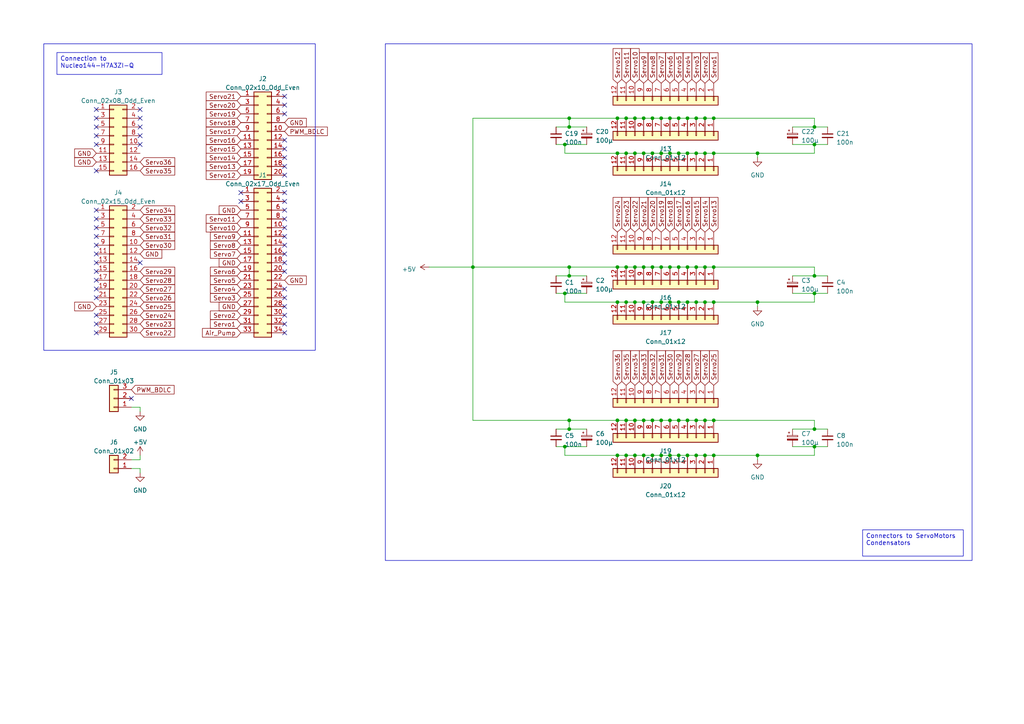
<source format=kicad_sch>
(kicad_sch (version 20230121) (generator eeschema)

  (uuid 6abc5365-b65a-4401-9a3c-7d523c36f57d)

  (paper "A4")

  (title_block
    (title "FLUTEALORGUE")
    (company "V.LEVESY M.GUZZO C.BOISSERIE")
  )

  (lib_symbols
    (symbol "Connector_Generic:Conn_01x02" (pin_names (offset 1.016) hide) (in_bom yes) (on_board yes)
      (property "Reference" "J" (at 0 2.54 0)
        (effects (font (size 1.27 1.27)))
      )
      (property "Value" "Conn_01x02" (at 0 -5.08 0)
        (effects (font (size 1.27 1.27)))
      )
      (property "Footprint" "" (at 0 0 0)
        (effects (font (size 1.27 1.27)) hide)
      )
      (property "Datasheet" "~" (at 0 0 0)
        (effects (font (size 1.27 1.27)) hide)
      )
      (property "ki_keywords" "connector" (at 0 0 0)
        (effects (font (size 1.27 1.27)) hide)
      )
      (property "ki_description" "Generic connector, single row, 01x02, script generated (kicad-library-utils/schlib/autogen/connector/)" (at 0 0 0)
        (effects (font (size 1.27 1.27)) hide)
      )
      (property "ki_fp_filters" "Connector*:*_1x??_*" (at 0 0 0)
        (effects (font (size 1.27 1.27)) hide)
      )
      (symbol "Conn_01x02_1_1"
        (rectangle (start -1.27 -2.413) (end 0 -2.667)
          (stroke (width 0.1524) (type default))
          (fill (type none))
        )
        (rectangle (start -1.27 0.127) (end 0 -0.127)
          (stroke (width 0.1524) (type default))
          (fill (type none))
        )
        (rectangle (start -1.27 1.27) (end 1.27 -3.81)
          (stroke (width 0.254) (type default))
          (fill (type background))
        )
        (pin passive line (at -5.08 0 0) (length 3.81)
          (name "Pin_1" (effects (font (size 1.27 1.27))))
          (number "1" (effects (font (size 1.27 1.27))))
        )
        (pin passive line (at -5.08 -2.54 0) (length 3.81)
          (name "Pin_2" (effects (font (size 1.27 1.27))))
          (number "2" (effects (font (size 1.27 1.27))))
        )
      )
    )
    (symbol "Connector_Generic:Conn_01x03" (pin_names (offset 1.016) hide) (in_bom yes) (on_board yes)
      (property "Reference" "J" (at 0 5.08 0)
        (effects (font (size 1.27 1.27)))
      )
      (property "Value" "Conn_01x03" (at 0 -5.08 0)
        (effects (font (size 1.27 1.27)))
      )
      (property "Footprint" "" (at 0 0 0)
        (effects (font (size 1.27 1.27)) hide)
      )
      (property "Datasheet" "~" (at 0 0 0)
        (effects (font (size 1.27 1.27)) hide)
      )
      (property "ki_keywords" "connector" (at 0 0 0)
        (effects (font (size 1.27 1.27)) hide)
      )
      (property "ki_description" "Generic connector, single row, 01x03, script generated (kicad-library-utils/schlib/autogen/connector/)" (at 0 0 0)
        (effects (font (size 1.27 1.27)) hide)
      )
      (property "ki_fp_filters" "Connector*:*_1x??_*" (at 0 0 0)
        (effects (font (size 1.27 1.27)) hide)
      )
      (symbol "Conn_01x03_1_1"
        (rectangle (start -1.27 -2.413) (end 0 -2.667)
          (stroke (width 0.1524) (type default))
          (fill (type none))
        )
        (rectangle (start -1.27 0.127) (end 0 -0.127)
          (stroke (width 0.1524) (type default))
          (fill (type none))
        )
        (rectangle (start -1.27 2.667) (end 0 2.413)
          (stroke (width 0.1524) (type default))
          (fill (type none))
        )
        (rectangle (start -1.27 3.81) (end 1.27 -3.81)
          (stroke (width 0.254) (type default))
          (fill (type background))
        )
        (pin passive line (at -5.08 2.54 0) (length 3.81)
          (name "Pin_1" (effects (font (size 1.27 1.27))))
          (number "1" (effects (font (size 1.27 1.27))))
        )
        (pin passive line (at -5.08 0 0) (length 3.81)
          (name "Pin_2" (effects (font (size 1.27 1.27))))
          (number "2" (effects (font (size 1.27 1.27))))
        )
        (pin passive line (at -5.08 -2.54 0) (length 3.81)
          (name "Pin_3" (effects (font (size 1.27 1.27))))
          (number "3" (effects (font (size 1.27 1.27))))
        )
      )
    )
    (symbol "Connector_Generic:Conn_01x12" (pin_names (offset 1.016) hide) (in_bom yes) (on_board yes)
      (property "Reference" "J" (at 0 15.24 0)
        (effects (font (size 1.27 1.27)))
      )
      (property "Value" "Conn_01x12" (at 0 -17.78 0)
        (effects (font (size 1.27 1.27)))
      )
      (property "Footprint" "" (at 0 0 0)
        (effects (font (size 1.27 1.27)) hide)
      )
      (property "Datasheet" "~" (at 0 0 0)
        (effects (font (size 1.27 1.27)) hide)
      )
      (property "ki_keywords" "connector" (at 0 0 0)
        (effects (font (size 1.27 1.27)) hide)
      )
      (property "ki_description" "Generic connector, single row, 01x12, script generated (kicad-library-utils/schlib/autogen/connector/)" (at 0 0 0)
        (effects (font (size 1.27 1.27)) hide)
      )
      (property "ki_fp_filters" "Connector*:*_1x??_*" (at 0 0 0)
        (effects (font (size 1.27 1.27)) hide)
      )
      (symbol "Conn_01x12_1_1"
        (rectangle (start -1.27 -15.113) (end 0 -15.367)
          (stroke (width 0.1524) (type default))
          (fill (type none))
        )
        (rectangle (start -1.27 -12.573) (end 0 -12.827)
          (stroke (width 0.1524) (type default))
          (fill (type none))
        )
        (rectangle (start -1.27 -10.033) (end 0 -10.287)
          (stroke (width 0.1524) (type default))
          (fill (type none))
        )
        (rectangle (start -1.27 -7.493) (end 0 -7.747)
          (stroke (width 0.1524) (type default))
          (fill (type none))
        )
        (rectangle (start -1.27 -4.953) (end 0 -5.207)
          (stroke (width 0.1524) (type default))
          (fill (type none))
        )
        (rectangle (start -1.27 -2.413) (end 0 -2.667)
          (stroke (width 0.1524) (type default))
          (fill (type none))
        )
        (rectangle (start -1.27 0.127) (end 0 -0.127)
          (stroke (width 0.1524) (type default))
          (fill (type none))
        )
        (rectangle (start -1.27 2.667) (end 0 2.413)
          (stroke (width 0.1524) (type default))
          (fill (type none))
        )
        (rectangle (start -1.27 5.207) (end 0 4.953)
          (stroke (width 0.1524) (type default))
          (fill (type none))
        )
        (rectangle (start -1.27 7.747) (end 0 7.493)
          (stroke (width 0.1524) (type default))
          (fill (type none))
        )
        (rectangle (start -1.27 10.287) (end 0 10.033)
          (stroke (width 0.1524) (type default))
          (fill (type none))
        )
        (rectangle (start -1.27 12.827) (end 0 12.573)
          (stroke (width 0.1524) (type default))
          (fill (type none))
        )
        (rectangle (start -1.27 13.97) (end 1.27 -16.51)
          (stroke (width 0.254) (type default))
          (fill (type background))
        )
        (pin passive line (at -5.08 12.7 0) (length 3.81)
          (name "Pin_1" (effects (font (size 1.27 1.27))))
          (number "1" (effects (font (size 1.27 1.27))))
        )
        (pin passive line (at -5.08 -10.16 0) (length 3.81)
          (name "Pin_10" (effects (font (size 1.27 1.27))))
          (number "10" (effects (font (size 1.27 1.27))))
        )
        (pin passive line (at -5.08 -12.7 0) (length 3.81)
          (name "Pin_11" (effects (font (size 1.27 1.27))))
          (number "11" (effects (font (size 1.27 1.27))))
        )
        (pin passive line (at -5.08 -15.24 0) (length 3.81)
          (name "Pin_12" (effects (font (size 1.27 1.27))))
          (number "12" (effects (font (size 1.27 1.27))))
        )
        (pin passive line (at -5.08 10.16 0) (length 3.81)
          (name "Pin_2" (effects (font (size 1.27 1.27))))
          (number "2" (effects (font (size 1.27 1.27))))
        )
        (pin passive line (at -5.08 7.62 0) (length 3.81)
          (name "Pin_3" (effects (font (size 1.27 1.27))))
          (number "3" (effects (font (size 1.27 1.27))))
        )
        (pin passive line (at -5.08 5.08 0) (length 3.81)
          (name "Pin_4" (effects (font (size 1.27 1.27))))
          (number "4" (effects (font (size 1.27 1.27))))
        )
        (pin passive line (at -5.08 2.54 0) (length 3.81)
          (name "Pin_5" (effects (font (size 1.27 1.27))))
          (number "5" (effects (font (size 1.27 1.27))))
        )
        (pin passive line (at -5.08 0 0) (length 3.81)
          (name "Pin_6" (effects (font (size 1.27 1.27))))
          (number "6" (effects (font (size 1.27 1.27))))
        )
        (pin passive line (at -5.08 -2.54 0) (length 3.81)
          (name "Pin_7" (effects (font (size 1.27 1.27))))
          (number "7" (effects (font (size 1.27 1.27))))
        )
        (pin passive line (at -5.08 -5.08 0) (length 3.81)
          (name "Pin_8" (effects (font (size 1.27 1.27))))
          (number "8" (effects (font (size 1.27 1.27))))
        )
        (pin passive line (at -5.08 -7.62 0) (length 3.81)
          (name "Pin_9" (effects (font (size 1.27 1.27))))
          (number "9" (effects (font (size 1.27 1.27))))
        )
      )
    )
    (symbol "Connector_Generic:Conn_02x08_Odd_Even" (pin_names (offset 1.016) hide) (in_bom yes) (on_board yes)
      (property "Reference" "J" (at 1.27 10.16 0)
        (effects (font (size 1.27 1.27)))
      )
      (property "Value" "Conn_02x08_Odd_Even" (at 1.27 -12.7 0)
        (effects (font (size 1.27 1.27)))
      )
      (property "Footprint" "" (at 0 0 0)
        (effects (font (size 1.27 1.27)) hide)
      )
      (property "Datasheet" "~" (at 0 0 0)
        (effects (font (size 1.27 1.27)) hide)
      )
      (property "ki_keywords" "connector" (at 0 0 0)
        (effects (font (size 1.27 1.27)) hide)
      )
      (property "ki_description" "Generic connector, double row, 02x08, odd/even pin numbering scheme (row 1 odd numbers, row 2 even numbers), script generated (kicad-library-utils/schlib/autogen/connector/)" (at 0 0 0)
        (effects (font (size 1.27 1.27)) hide)
      )
      (property "ki_fp_filters" "Connector*:*_2x??_*" (at 0 0 0)
        (effects (font (size 1.27 1.27)) hide)
      )
      (symbol "Conn_02x08_Odd_Even_1_1"
        (rectangle (start -1.27 -10.033) (end 0 -10.287)
          (stroke (width 0.1524) (type default))
          (fill (type none))
        )
        (rectangle (start -1.27 -7.493) (end 0 -7.747)
          (stroke (width 0.1524) (type default))
          (fill (type none))
        )
        (rectangle (start -1.27 -4.953) (end 0 -5.207)
          (stroke (width 0.1524) (type default))
          (fill (type none))
        )
        (rectangle (start -1.27 -2.413) (end 0 -2.667)
          (stroke (width 0.1524) (type default))
          (fill (type none))
        )
        (rectangle (start -1.27 0.127) (end 0 -0.127)
          (stroke (width 0.1524) (type default))
          (fill (type none))
        )
        (rectangle (start -1.27 2.667) (end 0 2.413)
          (stroke (width 0.1524) (type default))
          (fill (type none))
        )
        (rectangle (start -1.27 5.207) (end 0 4.953)
          (stroke (width 0.1524) (type default))
          (fill (type none))
        )
        (rectangle (start -1.27 7.747) (end 0 7.493)
          (stroke (width 0.1524) (type default))
          (fill (type none))
        )
        (rectangle (start -1.27 8.89) (end 3.81 -11.43)
          (stroke (width 0.254) (type default))
          (fill (type background))
        )
        (rectangle (start 3.81 -10.033) (end 2.54 -10.287)
          (stroke (width 0.1524) (type default))
          (fill (type none))
        )
        (rectangle (start 3.81 -7.493) (end 2.54 -7.747)
          (stroke (width 0.1524) (type default))
          (fill (type none))
        )
        (rectangle (start 3.81 -4.953) (end 2.54 -5.207)
          (stroke (width 0.1524) (type default))
          (fill (type none))
        )
        (rectangle (start 3.81 -2.413) (end 2.54 -2.667)
          (stroke (width 0.1524) (type default))
          (fill (type none))
        )
        (rectangle (start 3.81 0.127) (end 2.54 -0.127)
          (stroke (width 0.1524) (type default))
          (fill (type none))
        )
        (rectangle (start 3.81 2.667) (end 2.54 2.413)
          (stroke (width 0.1524) (type default))
          (fill (type none))
        )
        (rectangle (start 3.81 5.207) (end 2.54 4.953)
          (stroke (width 0.1524) (type default))
          (fill (type none))
        )
        (rectangle (start 3.81 7.747) (end 2.54 7.493)
          (stroke (width 0.1524) (type default))
          (fill (type none))
        )
        (pin passive line (at -5.08 7.62 0) (length 3.81)
          (name "Pin_1" (effects (font (size 1.27 1.27))))
          (number "1" (effects (font (size 1.27 1.27))))
        )
        (pin passive line (at 7.62 -2.54 180) (length 3.81)
          (name "Pin_10" (effects (font (size 1.27 1.27))))
          (number "10" (effects (font (size 1.27 1.27))))
        )
        (pin passive line (at -5.08 -5.08 0) (length 3.81)
          (name "Pin_11" (effects (font (size 1.27 1.27))))
          (number "11" (effects (font (size 1.27 1.27))))
        )
        (pin passive line (at 7.62 -5.08 180) (length 3.81)
          (name "Pin_12" (effects (font (size 1.27 1.27))))
          (number "12" (effects (font (size 1.27 1.27))))
        )
        (pin passive line (at -5.08 -7.62 0) (length 3.81)
          (name "Pin_13" (effects (font (size 1.27 1.27))))
          (number "13" (effects (font (size 1.27 1.27))))
        )
        (pin passive line (at 7.62 -7.62 180) (length 3.81)
          (name "Pin_14" (effects (font (size 1.27 1.27))))
          (number "14" (effects (font (size 1.27 1.27))))
        )
        (pin passive line (at -5.08 -10.16 0) (length 3.81)
          (name "Pin_15" (effects (font (size 1.27 1.27))))
          (number "15" (effects (font (size 1.27 1.27))))
        )
        (pin passive line (at 7.62 -10.16 180) (length 3.81)
          (name "Pin_16" (effects (font (size 1.27 1.27))))
          (number "16" (effects (font (size 1.27 1.27))))
        )
        (pin passive line (at 7.62 7.62 180) (length 3.81)
          (name "Pin_2" (effects (font (size 1.27 1.27))))
          (number "2" (effects (font (size 1.27 1.27))))
        )
        (pin passive line (at -5.08 5.08 0) (length 3.81)
          (name "Pin_3" (effects (font (size 1.27 1.27))))
          (number "3" (effects (font (size 1.27 1.27))))
        )
        (pin passive line (at 7.62 5.08 180) (length 3.81)
          (name "Pin_4" (effects (font (size 1.27 1.27))))
          (number "4" (effects (font (size 1.27 1.27))))
        )
        (pin passive line (at -5.08 2.54 0) (length 3.81)
          (name "Pin_5" (effects (font (size 1.27 1.27))))
          (number "5" (effects (font (size 1.27 1.27))))
        )
        (pin passive line (at 7.62 2.54 180) (length 3.81)
          (name "Pin_6" (effects (font (size 1.27 1.27))))
          (number "6" (effects (font (size 1.27 1.27))))
        )
        (pin passive line (at -5.08 0 0) (length 3.81)
          (name "Pin_7" (effects (font (size 1.27 1.27))))
          (number "7" (effects (font (size 1.27 1.27))))
        )
        (pin passive line (at 7.62 0 180) (length 3.81)
          (name "Pin_8" (effects (font (size 1.27 1.27))))
          (number "8" (effects (font (size 1.27 1.27))))
        )
        (pin passive line (at -5.08 -2.54 0) (length 3.81)
          (name "Pin_9" (effects (font (size 1.27 1.27))))
          (number "9" (effects (font (size 1.27 1.27))))
        )
      )
    )
    (symbol "Connector_Generic:Conn_02x10_Odd_Even" (pin_names (offset 1.016) hide) (in_bom yes) (on_board yes)
      (property "Reference" "J" (at 1.27 12.7 0)
        (effects (font (size 1.27 1.27)))
      )
      (property "Value" "Conn_02x10_Odd_Even" (at 1.27 -15.24 0)
        (effects (font (size 1.27 1.27)))
      )
      (property "Footprint" "" (at 0 0 0)
        (effects (font (size 1.27 1.27)) hide)
      )
      (property "Datasheet" "~" (at 0 0 0)
        (effects (font (size 1.27 1.27)) hide)
      )
      (property "ki_keywords" "connector" (at 0 0 0)
        (effects (font (size 1.27 1.27)) hide)
      )
      (property "ki_description" "Generic connector, double row, 02x10, odd/even pin numbering scheme (row 1 odd numbers, row 2 even numbers), script generated (kicad-library-utils/schlib/autogen/connector/)" (at 0 0 0)
        (effects (font (size 1.27 1.27)) hide)
      )
      (property "ki_fp_filters" "Connector*:*_2x??_*" (at 0 0 0)
        (effects (font (size 1.27 1.27)) hide)
      )
      (symbol "Conn_02x10_Odd_Even_1_1"
        (rectangle (start -1.27 -12.573) (end 0 -12.827)
          (stroke (width 0.1524) (type default))
          (fill (type none))
        )
        (rectangle (start -1.27 -10.033) (end 0 -10.287)
          (stroke (width 0.1524) (type default))
          (fill (type none))
        )
        (rectangle (start -1.27 -7.493) (end 0 -7.747)
          (stroke (width 0.1524) (type default))
          (fill (type none))
        )
        (rectangle (start -1.27 -4.953) (end 0 -5.207)
          (stroke (width 0.1524) (type default))
          (fill (type none))
        )
        (rectangle (start -1.27 -2.413) (end 0 -2.667)
          (stroke (width 0.1524) (type default))
          (fill (type none))
        )
        (rectangle (start -1.27 0.127) (end 0 -0.127)
          (stroke (width 0.1524) (type default))
          (fill (type none))
        )
        (rectangle (start -1.27 2.667) (end 0 2.413)
          (stroke (width 0.1524) (type default))
          (fill (type none))
        )
        (rectangle (start -1.27 5.207) (end 0 4.953)
          (stroke (width 0.1524) (type default))
          (fill (type none))
        )
        (rectangle (start -1.27 7.747) (end 0 7.493)
          (stroke (width 0.1524) (type default))
          (fill (type none))
        )
        (rectangle (start -1.27 10.287) (end 0 10.033)
          (stroke (width 0.1524) (type default))
          (fill (type none))
        )
        (rectangle (start -1.27 11.43) (end 3.81 -13.97)
          (stroke (width 0.254) (type default))
          (fill (type background))
        )
        (rectangle (start 3.81 -12.573) (end 2.54 -12.827)
          (stroke (width 0.1524) (type default))
          (fill (type none))
        )
        (rectangle (start 3.81 -10.033) (end 2.54 -10.287)
          (stroke (width 0.1524) (type default))
          (fill (type none))
        )
        (rectangle (start 3.81 -7.493) (end 2.54 -7.747)
          (stroke (width 0.1524) (type default))
          (fill (type none))
        )
        (rectangle (start 3.81 -4.953) (end 2.54 -5.207)
          (stroke (width 0.1524) (type default))
          (fill (type none))
        )
        (rectangle (start 3.81 -2.413) (end 2.54 -2.667)
          (stroke (width 0.1524) (type default))
          (fill (type none))
        )
        (rectangle (start 3.81 0.127) (end 2.54 -0.127)
          (stroke (width 0.1524) (type default))
          (fill (type none))
        )
        (rectangle (start 3.81 2.667) (end 2.54 2.413)
          (stroke (width 0.1524) (type default))
          (fill (type none))
        )
        (rectangle (start 3.81 5.207) (end 2.54 4.953)
          (stroke (width 0.1524) (type default))
          (fill (type none))
        )
        (rectangle (start 3.81 7.747) (end 2.54 7.493)
          (stroke (width 0.1524) (type default))
          (fill (type none))
        )
        (rectangle (start 3.81 10.287) (end 2.54 10.033)
          (stroke (width 0.1524) (type default))
          (fill (type none))
        )
        (pin passive line (at -5.08 10.16 0) (length 3.81)
          (name "Pin_1" (effects (font (size 1.27 1.27))))
          (number "1" (effects (font (size 1.27 1.27))))
        )
        (pin passive line (at 7.62 0 180) (length 3.81)
          (name "Pin_10" (effects (font (size 1.27 1.27))))
          (number "10" (effects (font (size 1.27 1.27))))
        )
        (pin passive line (at -5.08 -2.54 0) (length 3.81)
          (name "Pin_11" (effects (font (size 1.27 1.27))))
          (number "11" (effects (font (size 1.27 1.27))))
        )
        (pin passive line (at 7.62 -2.54 180) (length 3.81)
          (name "Pin_12" (effects (font (size 1.27 1.27))))
          (number "12" (effects (font (size 1.27 1.27))))
        )
        (pin passive line (at -5.08 -5.08 0) (length 3.81)
          (name "Pin_13" (effects (font (size 1.27 1.27))))
          (number "13" (effects (font (size 1.27 1.27))))
        )
        (pin passive line (at 7.62 -5.08 180) (length 3.81)
          (name "Pin_14" (effects (font (size 1.27 1.27))))
          (number "14" (effects (font (size 1.27 1.27))))
        )
        (pin passive line (at -5.08 -7.62 0) (length 3.81)
          (name "Pin_15" (effects (font (size 1.27 1.27))))
          (number "15" (effects (font (size 1.27 1.27))))
        )
        (pin passive line (at 7.62 -7.62 180) (length 3.81)
          (name "Pin_16" (effects (font (size 1.27 1.27))))
          (number "16" (effects (font (size 1.27 1.27))))
        )
        (pin passive line (at -5.08 -10.16 0) (length 3.81)
          (name "Pin_17" (effects (font (size 1.27 1.27))))
          (number "17" (effects (font (size 1.27 1.27))))
        )
        (pin passive line (at 7.62 -10.16 180) (length 3.81)
          (name "Pin_18" (effects (font (size 1.27 1.27))))
          (number "18" (effects (font (size 1.27 1.27))))
        )
        (pin passive line (at -5.08 -12.7 0) (length 3.81)
          (name "Pin_19" (effects (font (size 1.27 1.27))))
          (number "19" (effects (font (size 1.27 1.27))))
        )
        (pin passive line (at 7.62 10.16 180) (length 3.81)
          (name "Pin_2" (effects (font (size 1.27 1.27))))
          (number "2" (effects (font (size 1.27 1.27))))
        )
        (pin passive line (at 7.62 -12.7 180) (length 3.81)
          (name "Pin_20" (effects (font (size 1.27 1.27))))
          (number "20" (effects (font (size 1.27 1.27))))
        )
        (pin passive line (at -5.08 7.62 0) (length 3.81)
          (name "Pin_3" (effects (font (size 1.27 1.27))))
          (number "3" (effects (font (size 1.27 1.27))))
        )
        (pin passive line (at 7.62 7.62 180) (length 3.81)
          (name "Pin_4" (effects (font (size 1.27 1.27))))
          (number "4" (effects (font (size 1.27 1.27))))
        )
        (pin passive line (at -5.08 5.08 0) (length 3.81)
          (name "Pin_5" (effects (font (size 1.27 1.27))))
          (number "5" (effects (font (size 1.27 1.27))))
        )
        (pin passive line (at 7.62 5.08 180) (length 3.81)
          (name "Pin_6" (effects (font (size 1.27 1.27))))
          (number "6" (effects (font (size 1.27 1.27))))
        )
        (pin passive line (at -5.08 2.54 0) (length 3.81)
          (name "Pin_7" (effects (font (size 1.27 1.27))))
          (number "7" (effects (font (size 1.27 1.27))))
        )
        (pin passive line (at 7.62 2.54 180) (length 3.81)
          (name "Pin_8" (effects (font (size 1.27 1.27))))
          (number "8" (effects (font (size 1.27 1.27))))
        )
        (pin passive line (at -5.08 0 0) (length 3.81)
          (name "Pin_9" (effects (font (size 1.27 1.27))))
          (number "9" (effects (font (size 1.27 1.27))))
        )
      )
    )
    (symbol "Connector_Generic:Conn_02x15_Odd_Even" (pin_names (offset 1.016) hide) (in_bom yes) (on_board yes)
      (property "Reference" "J" (at 1.27 20.32 0)
        (effects (font (size 1.27 1.27)))
      )
      (property "Value" "Conn_02x15_Odd_Even" (at 1.27 -20.32 0)
        (effects (font (size 1.27 1.27)))
      )
      (property "Footprint" "" (at 0 0 0)
        (effects (font (size 1.27 1.27)) hide)
      )
      (property "Datasheet" "~" (at 0 0 0)
        (effects (font (size 1.27 1.27)) hide)
      )
      (property "ki_keywords" "connector" (at 0 0 0)
        (effects (font (size 1.27 1.27)) hide)
      )
      (property "ki_description" "Generic connector, double row, 02x15, odd/even pin numbering scheme (row 1 odd numbers, row 2 even numbers), script generated (kicad-library-utils/schlib/autogen/connector/)" (at 0 0 0)
        (effects (font (size 1.27 1.27)) hide)
      )
      (property "ki_fp_filters" "Connector*:*_2x??_*" (at 0 0 0)
        (effects (font (size 1.27 1.27)) hide)
      )
      (symbol "Conn_02x15_Odd_Even_1_1"
        (rectangle (start -1.27 -17.653) (end 0 -17.907)
          (stroke (width 0.1524) (type default))
          (fill (type none))
        )
        (rectangle (start -1.27 -15.113) (end 0 -15.367)
          (stroke (width 0.1524) (type default))
          (fill (type none))
        )
        (rectangle (start -1.27 -12.573) (end 0 -12.827)
          (stroke (width 0.1524) (type default))
          (fill (type none))
        )
        (rectangle (start -1.27 -10.033) (end 0 -10.287)
          (stroke (width 0.1524) (type default))
          (fill (type none))
        )
        (rectangle (start -1.27 -7.493) (end 0 -7.747)
          (stroke (width 0.1524) (type default))
          (fill (type none))
        )
        (rectangle (start -1.27 -4.953) (end 0 -5.207)
          (stroke (width 0.1524) (type default))
          (fill (type none))
        )
        (rectangle (start -1.27 -2.413) (end 0 -2.667)
          (stroke (width 0.1524) (type default))
          (fill (type none))
        )
        (rectangle (start -1.27 0.127) (end 0 -0.127)
          (stroke (width 0.1524) (type default))
          (fill (type none))
        )
        (rectangle (start -1.27 2.667) (end 0 2.413)
          (stroke (width 0.1524) (type default))
          (fill (type none))
        )
        (rectangle (start -1.27 5.207) (end 0 4.953)
          (stroke (width 0.1524) (type default))
          (fill (type none))
        )
        (rectangle (start -1.27 7.747) (end 0 7.493)
          (stroke (width 0.1524) (type default))
          (fill (type none))
        )
        (rectangle (start -1.27 10.287) (end 0 10.033)
          (stroke (width 0.1524) (type default))
          (fill (type none))
        )
        (rectangle (start -1.27 12.827) (end 0 12.573)
          (stroke (width 0.1524) (type default))
          (fill (type none))
        )
        (rectangle (start -1.27 15.367) (end 0 15.113)
          (stroke (width 0.1524) (type default))
          (fill (type none))
        )
        (rectangle (start -1.27 17.907) (end 0 17.653)
          (stroke (width 0.1524) (type default))
          (fill (type none))
        )
        (rectangle (start -1.27 19.05) (end 3.81 -19.05)
          (stroke (width 0.254) (type default))
          (fill (type background))
        )
        (rectangle (start 3.81 -17.653) (end 2.54 -17.907)
          (stroke (width 0.1524) (type default))
          (fill (type none))
        )
        (rectangle (start 3.81 -15.113) (end 2.54 -15.367)
          (stroke (width 0.1524) (type default))
          (fill (type none))
        )
        (rectangle (start 3.81 -12.573) (end 2.54 -12.827)
          (stroke (width 0.1524) (type default))
          (fill (type none))
        )
        (rectangle (start 3.81 -10.033) (end 2.54 -10.287)
          (stroke (width 0.1524) (type default))
          (fill (type none))
        )
        (rectangle (start 3.81 -7.493) (end 2.54 -7.747)
          (stroke (width 0.1524) (type default))
          (fill (type none))
        )
        (rectangle (start 3.81 -4.953) (end 2.54 -5.207)
          (stroke (width 0.1524) (type default))
          (fill (type none))
        )
        (rectangle (start 3.81 -2.413) (end 2.54 -2.667)
          (stroke (width 0.1524) (type default))
          (fill (type none))
        )
        (rectangle (start 3.81 0.127) (end 2.54 -0.127)
          (stroke (width 0.1524) (type default))
          (fill (type none))
        )
        (rectangle (start 3.81 2.667) (end 2.54 2.413)
          (stroke (width 0.1524) (type default))
          (fill (type none))
        )
        (rectangle (start 3.81 5.207) (end 2.54 4.953)
          (stroke (width 0.1524) (type default))
          (fill (type none))
        )
        (rectangle (start 3.81 7.747) (end 2.54 7.493)
          (stroke (width 0.1524) (type default))
          (fill (type none))
        )
        (rectangle (start 3.81 10.287) (end 2.54 10.033)
          (stroke (width 0.1524) (type default))
          (fill (type none))
        )
        (rectangle (start 3.81 12.827) (end 2.54 12.573)
          (stroke (width 0.1524) (type default))
          (fill (type none))
        )
        (rectangle (start 3.81 15.367) (end 2.54 15.113)
          (stroke (width 0.1524) (type default))
          (fill (type none))
        )
        (rectangle (start 3.81 17.907) (end 2.54 17.653)
          (stroke (width 0.1524) (type default))
          (fill (type none))
        )
        (pin passive line (at -5.08 17.78 0) (length 3.81)
          (name "Pin_1" (effects (font (size 1.27 1.27))))
          (number "1" (effects (font (size 1.27 1.27))))
        )
        (pin passive line (at 7.62 7.62 180) (length 3.81)
          (name "Pin_10" (effects (font (size 1.27 1.27))))
          (number "10" (effects (font (size 1.27 1.27))))
        )
        (pin passive line (at -5.08 5.08 0) (length 3.81)
          (name "Pin_11" (effects (font (size 1.27 1.27))))
          (number "11" (effects (font (size 1.27 1.27))))
        )
        (pin passive line (at 7.62 5.08 180) (length 3.81)
          (name "Pin_12" (effects (font (size 1.27 1.27))))
          (number "12" (effects (font (size 1.27 1.27))))
        )
        (pin passive line (at -5.08 2.54 0) (length 3.81)
          (name "Pin_13" (effects (font (size 1.27 1.27))))
          (number "13" (effects (font (size 1.27 1.27))))
        )
        (pin passive line (at 7.62 2.54 180) (length 3.81)
          (name "Pin_14" (effects (font (size 1.27 1.27))))
          (number "14" (effects (font (size 1.27 1.27))))
        )
        (pin passive line (at -5.08 0 0) (length 3.81)
          (name "Pin_15" (effects (font (size 1.27 1.27))))
          (number "15" (effects (font (size 1.27 1.27))))
        )
        (pin passive line (at 7.62 0 180) (length 3.81)
          (name "Pin_16" (effects (font (size 1.27 1.27))))
          (number "16" (effects (font (size 1.27 1.27))))
        )
        (pin passive line (at -5.08 -2.54 0) (length 3.81)
          (name "Pin_17" (effects (font (size 1.27 1.27))))
          (number "17" (effects (font (size 1.27 1.27))))
        )
        (pin passive line (at 7.62 -2.54 180) (length 3.81)
          (name "Pin_18" (effects (font (size 1.27 1.27))))
          (number "18" (effects (font (size 1.27 1.27))))
        )
        (pin passive line (at -5.08 -5.08 0) (length 3.81)
          (name "Pin_19" (effects (font (size 1.27 1.27))))
          (number "19" (effects (font (size 1.27 1.27))))
        )
        (pin passive line (at 7.62 17.78 180) (length 3.81)
          (name "Pin_2" (effects (font (size 1.27 1.27))))
          (number "2" (effects (font (size 1.27 1.27))))
        )
        (pin passive line (at 7.62 -5.08 180) (length 3.81)
          (name "Pin_20" (effects (font (size 1.27 1.27))))
          (number "20" (effects (font (size 1.27 1.27))))
        )
        (pin passive line (at -5.08 -7.62 0) (length 3.81)
          (name "Pin_21" (effects (font (size 1.27 1.27))))
          (number "21" (effects (font (size 1.27 1.27))))
        )
        (pin passive line (at 7.62 -7.62 180) (length 3.81)
          (name "Pin_22" (effects (font (size 1.27 1.27))))
          (number "22" (effects (font (size 1.27 1.27))))
        )
        (pin passive line (at -5.08 -10.16 0) (length 3.81)
          (name "Pin_23" (effects (font (size 1.27 1.27))))
          (number "23" (effects (font (size 1.27 1.27))))
        )
        (pin passive line (at 7.62 -10.16 180) (length 3.81)
          (name "Pin_24" (effects (font (size 1.27 1.27))))
          (number "24" (effects (font (size 1.27 1.27))))
        )
        (pin passive line (at -5.08 -12.7 0) (length 3.81)
          (name "Pin_25" (effects (font (size 1.27 1.27))))
          (number "25" (effects (font (size 1.27 1.27))))
        )
        (pin passive line (at 7.62 -12.7 180) (length 3.81)
          (name "Pin_26" (effects (font (size 1.27 1.27))))
          (number "26" (effects (font (size 1.27 1.27))))
        )
        (pin passive line (at -5.08 -15.24 0) (length 3.81)
          (name "Pin_27" (effects (font (size 1.27 1.27))))
          (number "27" (effects (font (size 1.27 1.27))))
        )
        (pin passive line (at 7.62 -15.24 180) (length 3.81)
          (name "Pin_28" (effects (font (size 1.27 1.27))))
          (number "28" (effects (font (size 1.27 1.27))))
        )
        (pin passive line (at -5.08 -17.78 0) (length 3.81)
          (name "Pin_29" (effects (font (size 1.27 1.27))))
          (number "29" (effects (font (size 1.27 1.27))))
        )
        (pin passive line (at -5.08 15.24 0) (length 3.81)
          (name "Pin_3" (effects (font (size 1.27 1.27))))
          (number "3" (effects (font (size 1.27 1.27))))
        )
        (pin passive line (at 7.62 -17.78 180) (length 3.81)
          (name "Pin_30" (effects (font (size 1.27 1.27))))
          (number "30" (effects (font (size 1.27 1.27))))
        )
        (pin passive line (at 7.62 15.24 180) (length 3.81)
          (name "Pin_4" (effects (font (size 1.27 1.27))))
          (number "4" (effects (font (size 1.27 1.27))))
        )
        (pin passive line (at -5.08 12.7 0) (length 3.81)
          (name "Pin_5" (effects (font (size 1.27 1.27))))
          (number "5" (effects (font (size 1.27 1.27))))
        )
        (pin passive line (at 7.62 12.7 180) (length 3.81)
          (name "Pin_6" (effects (font (size 1.27 1.27))))
          (number "6" (effects (font (size 1.27 1.27))))
        )
        (pin passive line (at -5.08 10.16 0) (length 3.81)
          (name "Pin_7" (effects (font (size 1.27 1.27))))
          (number "7" (effects (font (size 1.27 1.27))))
        )
        (pin passive line (at 7.62 10.16 180) (length 3.81)
          (name "Pin_8" (effects (font (size 1.27 1.27))))
          (number "8" (effects (font (size 1.27 1.27))))
        )
        (pin passive line (at -5.08 7.62 0) (length 3.81)
          (name "Pin_9" (effects (font (size 1.27 1.27))))
          (number "9" (effects (font (size 1.27 1.27))))
        )
      )
    )
    (symbol "Connector_Generic:Conn_02x17_Odd_Even" (pin_names (offset 1.016) hide) (in_bom yes) (on_board yes)
      (property "Reference" "J" (at 1.27 22.86 0)
        (effects (font (size 1.27 1.27)))
      )
      (property "Value" "Conn_02x17_Odd_Even" (at 1.27 -22.86 0)
        (effects (font (size 1.27 1.27)))
      )
      (property "Footprint" "" (at 0 0 0)
        (effects (font (size 1.27 1.27)) hide)
      )
      (property "Datasheet" "~" (at 0 0 0)
        (effects (font (size 1.27 1.27)) hide)
      )
      (property "ki_keywords" "connector" (at 0 0 0)
        (effects (font (size 1.27 1.27)) hide)
      )
      (property "ki_description" "Generic connector, double row, 02x17, odd/even pin numbering scheme (row 1 odd numbers, row 2 even numbers), script generated (kicad-library-utils/schlib/autogen/connector/)" (at 0 0 0)
        (effects (font (size 1.27 1.27)) hide)
      )
      (property "ki_fp_filters" "Connector*:*_2x??_*" (at 0 0 0)
        (effects (font (size 1.27 1.27)) hide)
      )
      (symbol "Conn_02x17_Odd_Even_1_1"
        (rectangle (start -1.27 -20.193) (end 0 -20.447)
          (stroke (width 0.1524) (type default))
          (fill (type none))
        )
        (rectangle (start -1.27 -17.653) (end 0 -17.907)
          (stroke (width 0.1524) (type default))
          (fill (type none))
        )
        (rectangle (start -1.27 -15.113) (end 0 -15.367)
          (stroke (width 0.1524) (type default))
          (fill (type none))
        )
        (rectangle (start -1.27 -12.573) (end 0 -12.827)
          (stroke (width 0.1524) (type default))
          (fill (type none))
        )
        (rectangle (start -1.27 -10.033) (end 0 -10.287)
          (stroke (width 0.1524) (type default))
          (fill (type none))
        )
        (rectangle (start -1.27 -7.493) (end 0 -7.747)
          (stroke (width 0.1524) (type default))
          (fill (type none))
        )
        (rectangle (start -1.27 -4.953) (end 0 -5.207)
          (stroke (width 0.1524) (type default))
          (fill (type none))
        )
        (rectangle (start -1.27 -2.413) (end 0 -2.667)
          (stroke (width 0.1524) (type default))
          (fill (type none))
        )
        (rectangle (start -1.27 0.127) (end 0 -0.127)
          (stroke (width 0.1524) (type default))
          (fill (type none))
        )
        (rectangle (start -1.27 2.667) (end 0 2.413)
          (stroke (width 0.1524) (type default))
          (fill (type none))
        )
        (rectangle (start -1.27 5.207) (end 0 4.953)
          (stroke (width 0.1524) (type default))
          (fill (type none))
        )
        (rectangle (start -1.27 7.747) (end 0 7.493)
          (stroke (width 0.1524) (type default))
          (fill (type none))
        )
        (rectangle (start -1.27 10.287) (end 0 10.033)
          (stroke (width 0.1524) (type default))
          (fill (type none))
        )
        (rectangle (start -1.27 12.827) (end 0 12.573)
          (stroke (width 0.1524) (type default))
          (fill (type none))
        )
        (rectangle (start -1.27 15.367) (end 0 15.113)
          (stroke (width 0.1524) (type default))
          (fill (type none))
        )
        (rectangle (start -1.27 17.907) (end 0 17.653)
          (stroke (width 0.1524) (type default))
          (fill (type none))
        )
        (rectangle (start -1.27 20.447) (end 0 20.193)
          (stroke (width 0.1524) (type default))
          (fill (type none))
        )
        (rectangle (start -1.27 21.59) (end 3.81 -21.59)
          (stroke (width 0.254) (type default))
          (fill (type background))
        )
        (rectangle (start 3.81 -20.193) (end 2.54 -20.447)
          (stroke (width 0.1524) (type default))
          (fill (type none))
        )
        (rectangle (start 3.81 -17.653) (end 2.54 -17.907)
          (stroke (width 0.1524) (type default))
          (fill (type none))
        )
        (rectangle (start 3.81 -15.113) (end 2.54 -15.367)
          (stroke (width 0.1524) (type default))
          (fill (type none))
        )
        (rectangle (start 3.81 -12.573) (end 2.54 -12.827)
          (stroke (width 0.1524) (type default))
          (fill (type none))
        )
        (rectangle (start 3.81 -10.033) (end 2.54 -10.287)
          (stroke (width 0.1524) (type default))
          (fill (type none))
        )
        (rectangle (start 3.81 -7.493) (end 2.54 -7.747)
          (stroke (width 0.1524) (type default))
          (fill (type none))
        )
        (rectangle (start 3.81 -4.953) (end 2.54 -5.207)
          (stroke (width 0.1524) (type default))
          (fill (type none))
        )
        (rectangle (start 3.81 -2.413) (end 2.54 -2.667)
          (stroke (width 0.1524) (type default))
          (fill (type none))
        )
        (rectangle (start 3.81 0.127) (end 2.54 -0.127)
          (stroke (width 0.1524) (type default))
          (fill (type none))
        )
        (rectangle (start 3.81 2.667) (end 2.54 2.413)
          (stroke (width 0.1524) (type default))
          (fill (type none))
        )
        (rectangle (start 3.81 5.207) (end 2.54 4.953)
          (stroke (width 0.1524) (type default))
          (fill (type none))
        )
        (rectangle (start 3.81 7.747) (end 2.54 7.493)
          (stroke (width 0.1524) (type default))
          (fill (type none))
        )
        (rectangle (start 3.81 10.287) (end 2.54 10.033)
          (stroke (width 0.1524) (type default))
          (fill (type none))
        )
        (rectangle (start 3.81 12.827) (end 2.54 12.573)
          (stroke (width 0.1524) (type default))
          (fill (type none))
        )
        (rectangle (start 3.81 15.367) (end 2.54 15.113)
          (stroke (width 0.1524) (type default))
          (fill (type none))
        )
        (rectangle (start 3.81 17.907) (end 2.54 17.653)
          (stroke (width 0.1524) (type default))
          (fill (type none))
        )
        (rectangle (start 3.81 20.447) (end 2.54 20.193)
          (stroke (width 0.1524) (type default))
          (fill (type none))
        )
        (pin passive line (at -5.08 20.32 0) (length 3.81)
          (name "Pin_1" (effects (font (size 1.27 1.27))))
          (number "1" (effects (font (size 1.27 1.27))))
        )
        (pin passive line (at 7.62 10.16 180) (length 3.81)
          (name "Pin_10" (effects (font (size 1.27 1.27))))
          (number "10" (effects (font (size 1.27 1.27))))
        )
        (pin passive line (at -5.08 7.62 0) (length 3.81)
          (name "Pin_11" (effects (font (size 1.27 1.27))))
          (number "11" (effects (font (size 1.27 1.27))))
        )
        (pin passive line (at 7.62 7.62 180) (length 3.81)
          (name "Pin_12" (effects (font (size 1.27 1.27))))
          (number "12" (effects (font (size 1.27 1.27))))
        )
        (pin passive line (at -5.08 5.08 0) (length 3.81)
          (name "Pin_13" (effects (font (size 1.27 1.27))))
          (number "13" (effects (font (size 1.27 1.27))))
        )
        (pin passive line (at 7.62 5.08 180) (length 3.81)
          (name "Pin_14" (effects (font (size 1.27 1.27))))
          (number "14" (effects (font (size 1.27 1.27))))
        )
        (pin passive line (at -5.08 2.54 0) (length 3.81)
          (name "Pin_15" (effects (font (size 1.27 1.27))))
          (number "15" (effects (font (size 1.27 1.27))))
        )
        (pin passive line (at 7.62 2.54 180) (length 3.81)
          (name "Pin_16" (effects (font (size 1.27 1.27))))
          (number "16" (effects (font (size 1.27 1.27))))
        )
        (pin passive line (at -5.08 0 0) (length 3.81)
          (name "Pin_17" (effects (font (size 1.27 1.27))))
          (number "17" (effects (font (size 1.27 1.27))))
        )
        (pin passive line (at 7.62 0 180) (length 3.81)
          (name "Pin_18" (effects (font (size 1.27 1.27))))
          (number "18" (effects (font (size 1.27 1.27))))
        )
        (pin passive line (at -5.08 -2.54 0) (length 3.81)
          (name "Pin_19" (effects (font (size 1.27 1.27))))
          (number "19" (effects (font (size 1.27 1.27))))
        )
        (pin passive line (at 7.62 20.32 180) (length 3.81)
          (name "Pin_2" (effects (font (size 1.27 1.27))))
          (number "2" (effects (font (size 1.27 1.27))))
        )
        (pin passive line (at 7.62 -2.54 180) (length 3.81)
          (name "Pin_20" (effects (font (size 1.27 1.27))))
          (number "20" (effects (font (size 1.27 1.27))))
        )
        (pin passive line (at -5.08 -5.08 0) (length 3.81)
          (name "Pin_21" (effects (font (size 1.27 1.27))))
          (number "21" (effects (font (size 1.27 1.27))))
        )
        (pin passive line (at 7.62 -5.08 180) (length 3.81)
          (name "Pin_22" (effects (font (size 1.27 1.27))))
          (number "22" (effects (font (size 1.27 1.27))))
        )
        (pin passive line (at -5.08 -7.62 0) (length 3.81)
          (name "Pin_23" (effects (font (size 1.27 1.27))))
          (number "23" (effects (font (size 1.27 1.27))))
        )
        (pin passive line (at 7.62 -7.62 180) (length 3.81)
          (name "Pin_24" (effects (font (size 1.27 1.27))))
          (number "24" (effects (font (size 1.27 1.27))))
        )
        (pin passive line (at -5.08 -10.16 0) (length 3.81)
          (name "Pin_25" (effects (font (size 1.27 1.27))))
          (number "25" (effects (font (size 1.27 1.27))))
        )
        (pin passive line (at 7.62 -10.16 180) (length 3.81)
          (name "Pin_26" (effects (font (size 1.27 1.27))))
          (number "26" (effects (font (size 1.27 1.27))))
        )
        (pin passive line (at -5.08 -12.7 0) (length 3.81)
          (name "Pin_27" (effects (font (size 1.27 1.27))))
          (number "27" (effects (font (size 1.27 1.27))))
        )
        (pin passive line (at 7.62 -12.7 180) (length 3.81)
          (name "Pin_28" (effects (font (size 1.27 1.27))))
          (number "28" (effects (font (size 1.27 1.27))))
        )
        (pin passive line (at -5.08 -15.24 0) (length 3.81)
          (name "Pin_29" (effects (font (size 1.27 1.27))))
          (number "29" (effects (font (size 1.27 1.27))))
        )
        (pin passive line (at -5.08 17.78 0) (length 3.81)
          (name "Pin_3" (effects (font (size 1.27 1.27))))
          (number "3" (effects (font (size 1.27 1.27))))
        )
        (pin passive line (at 7.62 -15.24 180) (length 3.81)
          (name "Pin_30" (effects (font (size 1.27 1.27))))
          (number "30" (effects (font (size 1.27 1.27))))
        )
        (pin passive line (at -5.08 -17.78 0) (length 3.81)
          (name "Pin_31" (effects (font (size 1.27 1.27))))
          (number "31" (effects (font (size 1.27 1.27))))
        )
        (pin passive line (at 7.62 -17.78 180) (length 3.81)
          (name "Pin_32" (effects (font (size 1.27 1.27))))
          (number "32" (effects (font (size 1.27 1.27))))
        )
        (pin passive line (at -5.08 -20.32 0) (length 3.81)
          (name "Pin_33" (effects (font (size 1.27 1.27))))
          (number "33" (effects (font (size 1.27 1.27))))
        )
        (pin passive line (at 7.62 -20.32 180) (length 3.81)
          (name "Pin_34" (effects (font (size 1.27 1.27))))
          (number "34" (effects (font (size 1.27 1.27))))
        )
        (pin passive line (at 7.62 17.78 180) (length 3.81)
          (name "Pin_4" (effects (font (size 1.27 1.27))))
          (number "4" (effects (font (size 1.27 1.27))))
        )
        (pin passive line (at -5.08 15.24 0) (length 3.81)
          (name "Pin_5" (effects (font (size 1.27 1.27))))
          (number "5" (effects (font (size 1.27 1.27))))
        )
        (pin passive line (at 7.62 15.24 180) (length 3.81)
          (name "Pin_6" (effects (font (size 1.27 1.27))))
          (number "6" (effects (font (size 1.27 1.27))))
        )
        (pin passive line (at -5.08 12.7 0) (length 3.81)
          (name "Pin_7" (effects (font (size 1.27 1.27))))
          (number "7" (effects (font (size 1.27 1.27))))
        )
        (pin passive line (at 7.62 12.7 180) (length 3.81)
          (name "Pin_8" (effects (font (size 1.27 1.27))))
          (number "8" (effects (font (size 1.27 1.27))))
        )
        (pin passive line (at -5.08 10.16 0) (length 3.81)
          (name "Pin_9" (effects (font (size 1.27 1.27))))
          (number "9" (effects (font (size 1.27 1.27))))
        )
      )
    )
    (symbol "Device:C_Polarized_Small" (pin_numbers hide) (pin_names (offset 0.254) hide) (in_bom yes) (on_board yes)
      (property "Reference" "C" (at 0.254 1.778 0)
        (effects (font (size 1.27 1.27)) (justify left))
      )
      (property "Value" "C_Polarized_Small" (at 0.254 -2.032 0)
        (effects (font (size 1.27 1.27)) (justify left))
      )
      (property "Footprint" "" (at 0 0 0)
        (effects (font (size 1.27 1.27)) hide)
      )
      (property "Datasheet" "~" (at 0 0 0)
        (effects (font (size 1.27 1.27)) hide)
      )
      (property "ki_keywords" "cap capacitor" (at 0 0 0)
        (effects (font (size 1.27 1.27)) hide)
      )
      (property "ki_description" "Polarized capacitor, small symbol" (at 0 0 0)
        (effects (font (size 1.27 1.27)) hide)
      )
      (property "ki_fp_filters" "CP_*" (at 0 0 0)
        (effects (font (size 1.27 1.27)) hide)
      )
      (symbol "C_Polarized_Small_0_1"
        (rectangle (start -1.524 -0.3048) (end 1.524 -0.6858)
          (stroke (width 0) (type default))
          (fill (type outline))
        )
        (rectangle (start -1.524 0.6858) (end 1.524 0.3048)
          (stroke (width 0) (type default))
          (fill (type none))
        )
        (polyline
          (pts
            (xy -1.27 1.524)
            (xy -0.762 1.524)
          )
          (stroke (width 0) (type default))
          (fill (type none))
        )
        (polyline
          (pts
            (xy -1.016 1.27)
            (xy -1.016 1.778)
          )
          (stroke (width 0) (type default))
          (fill (type none))
        )
      )
      (symbol "C_Polarized_Small_1_1"
        (pin passive line (at 0 2.54 270) (length 1.8542)
          (name "~" (effects (font (size 1.27 1.27))))
          (number "1" (effects (font (size 1.27 1.27))))
        )
        (pin passive line (at 0 -2.54 90) (length 1.8542)
          (name "~" (effects (font (size 1.27 1.27))))
          (number "2" (effects (font (size 1.27 1.27))))
        )
      )
    )
    (symbol "Device:C_Small" (pin_numbers hide) (pin_names (offset 0.254) hide) (in_bom yes) (on_board yes)
      (property "Reference" "C" (at 0.254 1.778 0)
        (effects (font (size 1.27 1.27)) (justify left))
      )
      (property "Value" "C_Small" (at 0.254 -2.032 0)
        (effects (font (size 1.27 1.27)) (justify left))
      )
      (property "Footprint" "" (at 0 0 0)
        (effects (font (size 1.27 1.27)) hide)
      )
      (property "Datasheet" "~" (at 0 0 0)
        (effects (font (size 1.27 1.27)) hide)
      )
      (property "ki_keywords" "capacitor cap" (at 0 0 0)
        (effects (font (size 1.27 1.27)) hide)
      )
      (property "ki_description" "Unpolarized capacitor, small symbol" (at 0 0 0)
        (effects (font (size 1.27 1.27)) hide)
      )
      (property "ki_fp_filters" "C_*" (at 0 0 0)
        (effects (font (size 1.27 1.27)) hide)
      )
      (symbol "C_Small_0_1"
        (polyline
          (pts
            (xy -1.524 -0.508)
            (xy 1.524 -0.508)
          )
          (stroke (width 0.3302) (type default))
          (fill (type none))
        )
        (polyline
          (pts
            (xy -1.524 0.508)
            (xy 1.524 0.508)
          )
          (stroke (width 0.3048) (type default))
          (fill (type none))
        )
      )
      (symbol "C_Small_1_1"
        (pin passive line (at 0 2.54 270) (length 2.032)
          (name "~" (effects (font (size 1.27 1.27))))
          (number "1" (effects (font (size 1.27 1.27))))
        )
        (pin passive line (at 0 -2.54 90) (length 2.032)
          (name "~" (effects (font (size 1.27 1.27))))
          (number "2" (effects (font (size 1.27 1.27))))
        )
      )
    )
    (symbol "power:+5V" (power) (pin_names (offset 0)) (in_bom yes) (on_board yes)
      (property "Reference" "#PWR" (at 0 -3.81 0)
        (effects (font (size 1.27 1.27)) hide)
      )
      (property "Value" "+5V" (at 0 3.556 0)
        (effects (font (size 1.27 1.27)))
      )
      (property "Footprint" "" (at 0 0 0)
        (effects (font (size 1.27 1.27)) hide)
      )
      (property "Datasheet" "" (at 0 0 0)
        (effects (font (size 1.27 1.27)) hide)
      )
      (property "ki_keywords" "global power" (at 0 0 0)
        (effects (font (size 1.27 1.27)) hide)
      )
      (property "ki_description" "Power symbol creates a global label with name \"+5V\"" (at 0 0 0)
        (effects (font (size 1.27 1.27)) hide)
      )
      (symbol "+5V_0_1"
        (polyline
          (pts
            (xy -0.762 1.27)
            (xy 0 2.54)
          )
          (stroke (width 0) (type default))
          (fill (type none))
        )
        (polyline
          (pts
            (xy 0 0)
            (xy 0 2.54)
          )
          (stroke (width 0) (type default))
          (fill (type none))
        )
        (polyline
          (pts
            (xy 0 2.54)
            (xy 0.762 1.27)
          )
          (stroke (width 0) (type default))
          (fill (type none))
        )
      )
      (symbol "+5V_1_1"
        (pin power_in line (at 0 0 90) (length 0) hide
          (name "+5V" (effects (font (size 1.27 1.27))))
          (number "1" (effects (font (size 1.27 1.27))))
        )
      )
    )
    (symbol "power:GND" (power) (pin_names (offset 0)) (in_bom yes) (on_board yes)
      (property "Reference" "#PWR" (at 0 -6.35 0)
        (effects (font (size 1.27 1.27)) hide)
      )
      (property "Value" "GND" (at 0 -3.81 0)
        (effects (font (size 1.27 1.27)))
      )
      (property "Footprint" "" (at 0 0 0)
        (effects (font (size 1.27 1.27)) hide)
      )
      (property "Datasheet" "" (at 0 0 0)
        (effects (font (size 1.27 1.27)) hide)
      )
      (property "ki_keywords" "global power" (at 0 0 0)
        (effects (font (size 1.27 1.27)) hide)
      )
      (property "ki_description" "Power symbol creates a global label with name \"GND\" , ground" (at 0 0 0)
        (effects (font (size 1.27 1.27)) hide)
      )
      (symbol "GND_0_1"
        (polyline
          (pts
            (xy 0 0)
            (xy 0 -1.27)
            (xy 1.27 -1.27)
            (xy 0 -2.54)
            (xy -1.27 -1.27)
            (xy 0 -1.27)
          )
          (stroke (width 0) (type default))
          (fill (type none))
        )
      )
      (symbol "GND_1_1"
        (pin power_in line (at 0 0 270) (length 0) hide
          (name "GND" (effects (font (size 1.27 1.27))))
          (number "1" (effects (font (size 1.27 1.27))))
        )
      )
    )
  )

  (junction (at 219.71 44.45) (diameter 0) (color 0 0 0 0)
    (uuid 0458ee38-1ddc-4789-a3c4-761d46cd1a60)
  )
  (junction (at 189.23 121.92) (diameter 0) (color 0 0 0 0)
    (uuid 092b8bbd-4ff0-4d51-823e-03abb1336946)
  )
  (junction (at 204.47 44.45) (diameter 0) (color 0 0 0 0)
    (uuid 0b240a50-bf4f-43ea-851d-55596df71516)
  )
  (junction (at 184.15 44.45) (diameter 0) (color 0 0 0 0)
    (uuid 0b8a5554-af49-4d27-b6de-07bcb5ebcb42)
  )
  (junction (at 199.39 44.45) (diameter 0) (color 0 0 0 0)
    (uuid 0e5e7f1c-844f-4e87-b0f5-42fe75a02cd9)
  )
  (junction (at 165.1 124.46) (diameter 0) (color 0 0 0 0)
    (uuid 116a0a0a-d08d-4ae8-839a-fb67a4148d91)
  )
  (junction (at 204.47 121.92) (diameter 0) (color 0 0 0 0)
    (uuid 13568597-0c45-4fb9-9d51-ffbde8227ca7)
  )
  (junction (at 179.07 132.08) (diameter 0) (color 0 0 0 0)
    (uuid 15eec759-2caf-4630-9231-cee43d23331b)
  )
  (junction (at 201.93 121.92) (diameter 0) (color 0 0 0 0)
    (uuid 160cd835-40a1-4c18-b1e3-b95d08b20296)
  )
  (junction (at 236.22 80.01) (diameter 0) (color 0 0 0 0)
    (uuid 16931d45-7345-4dbb-b962-66c012bcd30e)
  )
  (junction (at 165.1 34.29) (diameter 0) (color 0 0 0 0)
    (uuid 1786f182-756c-4e7b-84cb-40bc9c7bb55c)
  )
  (junction (at 186.69 132.08) (diameter 0) (color 0 0 0 0)
    (uuid 1a814b4f-678b-478e-a8b3-d0f869acd139)
  )
  (junction (at 181.61 34.29) (diameter 0) (color 0 0 0 0)
    (uuid 21a50bf3-d24c-45ae-9cc2-4bf9a191461b)
  )
  (junction (at 137.16 77.47) (diameter 0) (color 0 0 0 0)
    (uuid 22d2c373-2d5a-4f82-b45b-4f32d47d0901)
  )
  (junction (at 207.01 77.47) (diameter 0) (color 0 0 0 0)
    (uuid 2302b869-cd23-4947-8b8a-2833dbcc0045)
  )
  (junction (at 189.23 77.47) (diameter 0) (color 0 0 0 0)
    (uuid 2a923a64-dd8e-4a93-8063-ed46ef742d4f)
  )
  (junction (at 207.01 44.45) (diameter 0) (color 0 0 0 0)
    (uuid 2d7d2d26-b950-44ff-85dc-26b74f0d84e2)
  )
  (junction (at 186.69 121.92) (diameter 0) (color 0 0 0 0)
    (uuid 311f4eb5-29a7-4c30-b7bc-3affbead016c)
  )
  (junction (at 201.93 87.63) (diameter 0) (color 0 0 0 0)
    (uuid 3246f372-0ce4-4d60-bead-42ce88510fd9)
  )
  (junction (at 201.93 77.47) (diameter 0) (color 0 0 0 0)
    (uuid 33221aa0-cac2-4868-9dfe-5f2379527a72)
  )
  (junction (at 207.01 34.29) (diameter 0) (color 0 0 0 0)
    (uuid 3621b46b-d493-4f68-a854-77236933f615)
  )
  (junction (at 165.1 36.83) (diameter 0) (color 0 0 0 0)
    (uuid 3ab4bd1e-b61f-4cb0-ade6-d7a711778377)
  )
  (junction (at 181.61 44.45) (diameter 0) (color 0 0 0 0)
    (uuid 42853080-e914-471a-988a-29c04a697edb)
  )
  (junction (at 236.22 124.46) (diameter 0) (color 0 0 0 0)
    (uuid 42f5c6ea-a50e-463c-89bd-8c971e5bce33)
  )
  (junction (at 204.47 87.63) (diameter 0) (color 0 0 0 0)
    (uuid 49fd3f79-86d8-4d05-bf7e-9446b2915588)
  )
  (junction (at 199.39 132.08) (diameter 0) (color 0 0 0 0)
    (uuid 4f662f13-2efe-4c56-8499-58ccb62638c7)
  )
  (junction (at 191.77 44.45) (diameter 0) (color 0 0 0 0)
    (uuid 528aae03-a5e9-4d13-9a54-af0a224f1c03)
  )
  (junction (at 201.93 132.08) (diameter 0) (color 0 0 0 0)
    (uuid 54b1c726-8021-44f6-9ff0-73ed47d32df2)
  )
  (junction (at 179.07 87.63) (diameter 0) (color 0 0 0 0)
    (uuid 5a056a06-f5f1-4be6-9b87-d1e94c87c51e)
  )
  (junction (at 207.01 132.08) (diameter 0) (color 0 0 0 0)
    (uuid 5a7088f8-86f5-4c94-9b28-adcd56482d8e)
  )
  (junction (at 163.83 85.09) (diameter 0) (color 0 0 0 0)
    (uuid 5b699150-fa23-471c-9d35-6309c7a59106)
  )
  (junction (at 194.31 121.92) (diameter 0) (color 0 0 0 0)
    (uuid 602d5d27-6b98-4380-9db1-6c85a8708d3c)
  )
  (junction (at 219.71 87.63) (diameter 0) (color 0 0 0 0)
    (uuid 6604deba-29db-41b4-9766-0040b9009a7d)
  )
  (junction (at 194.31 87.63) (diameter 0) (color 0 0 0 0)
    (uuid 6f05068e-5f80-474f-9ef9-2f6938aea602)
  )
  (junction (at 199.39 87.63) (diameter 0) (color 0 0 0 0)
    (uuid 7055a8a3-0e3a-4235-8827-99a9729847bf)
  )
  (junction (at 184.15 121.92) (diameter 0) (color 0 0 0 0)
    (uuid 714cc205-1304-49ff-9005-f05d10075223)
  )
  (junction (at 191.77 77.47) (diameter 0) (color 0 0 0 0)
    (uuid 7307cf58-63e8-4612-9248-ab78295b0f4f)
  )
  (junction (at 165.1 77.47) (diameter 0) (color 0 0 0 0)
    (uuid 740a9a03-0f5d-442c-8c88-76fba0146b56)
  )
  (junction (at 204.47 77.47) (diameter 0) (color 0 0 0 0)
    (uuid 74bddc86-9d83-4198-96ec-4566e3e7a9d9)
  )
  (junction (at 207.01 87.63) (diameter 0) (color 0 0 0 0)
    (uuid 78c98eca-7668-4352-8b8e-6a14fac2b423)
  )
  (junction (at 191.77 132.08) (diameter 0) (color 0 0 0 0)
    (uuid 827e6eef-cf52-4330-803d-d70e2c5bf620)
  )
  (junction (at 184.15 77.47) (diameter 0) (color 0 0 0 0)
    (uuid 82e2baad-7016-4b6a-b246-96e34983b20f)
  )
  (junction (at 236.22 129.54) (diameter 0) (color 0 0 0 0)
    (uuid 83bc9ad5-d59c-48db-bf82-6e44aaf72bb0)
  )
  (junction (at 186.69 77.47) (diameter 0) (color 0 0 0 0)
    (uuid 83d79084-2d08-4ba0-82c2-7bcd3c0cf0ea)
  )
  (junction (at 163.83 129.54) (diameter 0) (color 0 0 0 0)
    (uuid 85fb06dd-15db-4478-bf64-8c7cf00bd6e6)
  )
  (junction (at 181.61 87.63) (diameter 0) (color 0 0 0 0)
    (uuid 8b0afc7f-edbc-4015-be12-e6725fadf4c0)
  )
  (junction (at 194.31 77.47) (diameter 0) (color 0 0 0 0)
    (uuid 8dd87fbf-a4fb-463e-9982-7bbed946d340)
  )
  (junction (at 186.69 44.45) (diameter 0) (color 0 0 0 0)
    (uuid 9136240f-f076-43f7-9359-1e0eed911fe6)
  )
  (junction (at 181.61 121.92) (diameter 0) (color 0 0 0 0)
    (uuid 91aa7d00-9e2a-4fdf-aa7d-d7a38536e54b)
  )
  (junction (at 181.61 77.47) (diameter 0) (color 0 0 0 0)
    (uuid 93e3639b-834f-4d68-b79a-e392d940348c)
  )
  (junction (at 201.93 44.45) (diameter 0) (color 0 0 0 0)
    (uuid 9af66c2b-b592-4714-9296-e26dbe187021)
  )
  (junction (at 179.07 44.45) (diameter 0) (color 0 0 0 0)
    (uuid 9e0aabdb-1b96-440a-9c25-b0559f1e9c89)
  )
  (junction (at 207.01 121.92) (diameter 0) (color 0 0 0 0)
    (uuid a06a849d-eb75-4b88-bf14-88b640b3b3ac)
  )
  (junction (at 184.15 87.63) (diameter 0) (color 0 0 0 0)
    (uuid a0e451ba-7503-4ef2-b723-3139f4001103)
  )
  (junction (at 194.31 34.29) (diameter 0) (color 0 0 0 0)
    (uuid a14ff9ae-20d7-48df-99b1-165f86f2ede3)
  )
  (junction (at 201.93 34.29) (diameter 0) (color 0 0 0 0)
    (uuid a20c1a71-81ee-4c18-91c6-653bfa2cbb04)
  )
  (junction (at 194.31 132.08) (diameter 0) (color 0 0 0 0)
    (uuid a3e44804-f977-44ca-8b30-bd0d7cb7dd93)
  )
  (junction (at 179.07 34.29) (diameter 0) (color 0 0 0 0)
    (uuid a4c58464-0870-4a0e-8cd1-75f11347f1a2)
  )
  (junction (at 163.83 41.91) (diameter 0) (color 0 0 0 0)
    (uuid a9c559a6-d7a2-496c-bd87-ccc3b31a0735)
  )
  (junction (at 196.85 132.08) (diameter 0) (color 0 0 0 0)
    (uuid ae03e463-7b5a-4b3c-a626-7f1f18bf93ec)
  )
  (junction (at 236.22 41.91) (diameter 0) (color 0 0 0 0)
    (uuid af201b76-0636-4e0f-bd2f-ae8cf77da6d1)
  )
  (junction (at 191.77 87.63) (diameter 0) (color 0 0 0 0)
    (uuid af4b5a21-2b54-459f-8ea3-6128ec97a4c2)
  )
  (junction (at 186.69 87.63) (diameter 0) (color 0 0 0 0)
    (uuid b3de3419-31a8-4627-94c8-061065a7762e)
  )
  (junction (at 181.61 132.08) (diameter 0) (color 0 0 0 0)
    (uuid b5dd0dd9-4138-47fa-9c1d-910f08d92427)
  )
  (junction (at 189.23 44.45) (diameter 0) (color 0 0 0 0)
    (uuid bb3de572-da0a-4201-a80e-cf57d0f447fa)
  )
  (junction (at 199.39 34.29) (diameter 0) (color 0 0 0 0)
    (uuid bb4bad07-dde1-4d20-8e05-dacc20742346)
  )
  (junction (at 194.31 44.45) (diameter 0) (color 0 0 0 0)
    (uuid c7ab341f-00a8-466b-bf6a-3ff316e87e47)
  )
  (junction (at 186.69 34.29) (diameter 0) (color 0 0 0 0)
    (uuid ca0c92c7-a5ce-4d07-8909-e7e6ee712390)
  )
  (junction (at 184.15 34.29) (diameter 0) (color 0 0 0 0)
    (uuid cdcedc93-335a-499f-8b4d-8e7cf294501c)
  )
  (junction (at 219.71 132.08) (diameter 0) (color 0 0 0 0)
    (uuid d0a2eb84-d9b9-4960-bc42-67ce29858f3c)
  )
  (junction (at 165.1 80.01) (diameter 0) (color 0 0 0 0)
    (uuid d1167da6-9e67-4dae-84ce-c6906292454b)
  )
  (junction (at 196.85 34.29) (diameter 0) (color 0 0 0 0)
    (uuid d1db605e-41cc-4f5d-8da6-3a2babf98b52)
  )
  (junction (at 196.85 87.63) (diameter 0) (color 0 0 0 0)
    (uuid d1df8e25-ed3b-4dbf-b3c9-be7c93f0bdbc)
  )
  (junction (at 199.39 121.92) (diameter 0) (color 0 0 0 0)
    (uuid d20e09c8-d8d0-4cfc-adfa-f1fb96d1f0fa)
  )
  (junction (at 179.07 121.92) (diameter 0) (color 0 0 0 0)
    (uuid d71cf387-7210-4711-ae3e-bc93e8583eda)
  )
  (junction (at 191.77 34.29) (diameter 0) (color 0 0 0 0)
    (uuid d7ac197e-4ffd-4107-877f-c806902c80f2)
  )
  (junction (at 184.15 132.08) (diameter 0) (color 0 0 0 0)
    (uuid d7b6cb74-ab2a-4473-8044-c887186d7ea9)
  )
  (junction (at 196.85 121.92) (diameter 0) (color 0 0 0 0)
    (uuid dfd36cee-7dc3-41fb-a403-acf68fdda43c)
  )
  (junction (at 189.23 132.08) (diameter 0) (color 0 0 0 0)
    (uuid e00edeef-d07c-4add-bc80-4c39f7c7c212)
  )
  (junction (at 191.77 121.92) (diameter 0) (color 0 0 0 0)
    (uuid e18ea7c8-5b18-482d-b41b-9d50958f744f)
  )
  (junction (at 189.23 87.63) (diameter 0) (color 0 0 0 0)
    (uuid e3434aec-9add-40ed-ad1b-88f92dd8d73c)
  )
  (junction (at 236.22 85.09) (diameter 0) (color 0 0 0 0)
    (uuid e78b2d94-ebed-4b5d-b01d-8a8aca027fb4)
  )
  (junction (at 204.47 34.29) (diameter 0) (color 0 0 0 0)
    (uuid e7c07ee9-4b22-4e44-af25-b29d295ab693)
  )
  (junction (at 199.39 77.47) (diameter 0) (color 0 0 0 0)
    (uuid e9408c9a-76c0-4a11-82d2-d4bd5adef071)
  )
  (junction (at 189.23 34.29) (diameter 0) (color 0 0 0 0)
    (uuid eb9cb3e7-632d-4703-a8d8-3ed0d4d775af)
  )
  (junction (at 179.07 77.47) (diameter 0) (color 0 0 0 0)
    (uuid ee83345b-6620-4d6b-8fa8-d96eafa524c0)
  )
  (junction (at 204.47 132.08) (diameter 0) (color 0 0 0 0)
    (uuid f4536db2-e29a-49e2-8572-519949ec6f4a)
  )
  (junction (at 165.1 121.92) (diameter 0) (color 0 0 0 0)
    (uuid f6519735-89c3-4b3a-aa94-f358a96f9d20)
  )
  (junction (at 196.85 77.47) (diameter 0) (color 0 0 0 0)
    (uuid f945d5e0-2571-47f1-9624-98ce9dbcb647)
  )
  (junction (at 196.85 44.45) (diameter 0) (color 0 0 0 0)
    (uuid f97ebc51-60f2-4a3b-9298-f2aacbb08a65)
  )
  (junction (at 236.22 36.83) (diameter 0) (color 0 0 0 0)
    (uuid fd6cdb68-c20d-4e38-9b64-74811d50d661)
  )

  (no_connect (at 27.94 78.74) (uuid 00096866-9cdd-422a-9062-eec289ac3ae2))
  (no_connect (at 27.94 76.2) (uuid 0125e888-84bd-42a8-a24c-7c6639523b43))
  (no_connect (at 82.55 91.44) (uuid 067d104e-9009-401f-af3a-4a5e37588cea))
  (no_connect (at 27.94 73.66) (uuid 07aabbcb-0ce1-4582-928b-2e6c1360d538))
  (no_connect (at 27.94 34.29) (uuid 0b83b1ea-0f83-42d2-84cf-e420456f5eed))
  (no_connect (at 82.55 45.72) (uuid 0fae03dd-52fc-4dfe-9205-658c58ddcc1f))
  (no_connect (at 27.94 49.53) (uuid 1091855b-f753-4ed4-98d0-bc4ba3e2758f))
  (no_connect (at 27.94 83.82) (uuid 11080f63-5cf8-422b-9747-9ba3b161d602))
  (no_connect (at 82.55 40.64) (uuid 12bcd636-5e94-456f-bd10-e3b8cbfcc601))
  (no_connect (at 82.55 55.88) (uuid 176dc63f-29fc-403a-ae61-7f51b5c3d025))
  (no_connect (at 27.94 93.98) (uuid 19a14e75-4149-403c-b87c-1981108010c2))
  (no_connect (at 82.55 88.9) (uuid 21b5cada-f8f1-48e0-8cd5-54ea4d5c5073))
  (no_connect (at 82.55 48.26) (uuid 28f4a476-7be6-4273-967e-f696763f5fca))
  (no_connect (at 82.55 30.48) (uuid 34ad2a9d-ad4a-4cc1-acf3-e4180aede4da))
  (no_connect (at 27.94 66.04) (uuid 3d57c38b-febd-4d14-be81-63378f21e8b3))
  (no_connect (at 82.55 76.2) (uuid 46df8717-bf86-4744-a5be-332193eb8e74))
  (no_connect (at 40.64 76.2) (uuid 475334d6-61d3-4e31-94a6-cd6631a8dcc9))
  (no_connect (at 82.55 78.74) (uuid 4819f9ba-aef3-4773-be8a-689cae897edd))
  (no_connect (at 27.94 96.52) (uuid 4c97f642-875f-4238-b807-783259de435e))
  (no_connect (at 82.55 27.94) (uuid 5042752b-5b4a-413c-a2bc-e9f682efffd5))
  (no_connect (at 27.94 86.36) (uuid 5773b63b-e814-4376-af79-3f102174676d))
  (no_connect (at 27.94 41.91) (uuid 5889fd5e-b85b-4c3d-a705-cbbe55255e54))
  (no_connect (at 82.55 63.5) (uuid 5aa5a4f5-e876-4530-9808-2dccba889804))
  (no_connect (at 82.55 66.04) (uuid 5db559aa-33b7-475e-bb19-bb5b23952dc7))
  (no_connect (at 40.64 34.29) (uuid 69b2fbf7-c93d-4a0d-89ce-0b33d0272467))
  (no_connect (at 38.1 115.57) (uuid 6a31f125-cba8-4712-8bdf-f6f50ae4337c))
  (no_connect (at 82.55 33.02) (uuid 6cf86d64-5430-4710-b4a7-2b14cbbb3b78))
  (no_connect (at 27.94 36.83) (uuid 6e5f22fb-0f55-45d5-bfa1-0f14fbb763ca))
  (no_connect (at 69.85 58.42) (uuid 7766fd99-5de7-4858-91dc-c2a03c8c3fdb))
  (no_connect (at 40.64 41.91) (uuid 7e9c3e98-d6f0-438d-b5bf-2e084165b9a4))
  (no_connect (at 82.55 83.82) (uuid 83c1b0e4-19fe-4cd7-9e53-969ff543e0f0))
  (no_connect (at 27.94 68.58) (uuid 8a50b3f4-fbb6-44a7-ac19-385510113455))
  (no_connect (at 27.94 39.37) (uuid 8c8a500d-c4b6-4af1-8e1e-213097f525d1))
  (no_connect (at 27.94 71.12) (uuid 8ee35d1c-8d3b-4c79-9349-0cbea12d5fc1))
  (no_connect (at 69.85 55.88) (uuid 956f63eb-05d3-490b-be99-12252c1241df))
  (no_connect (at 82.55 93.98) (uuid 964e7fe8-eb03-463e-8a5e-bcd9dc2b765f))
  (no_connect (at 27.94 91.44) (uuid 97f1108a-30bf-42cf-b044-449511270add))
  (no_connect (at 27.94 31.75) (uuid ada19da8-8fe9-4d4e-b81d-a9b53e0d881e))
  (no_connect (at 82.55 73.66) (uuid ada29b60-a18c-465d-a59b-8ae82fc551b8))
  (no_connect (at 27.94 60.96) (uuid af8f0d34-4fbe-45cc-902c-b8d512d4cd6e))
  (no_connect (at 82.55 60.96) (uuid b474ae68-88ef-47f7-a511-1177dbe34b05))
  (no_connect (at 40.64 31.75) (uuid bf09aedf-ef88-48f0-8ba2-128fed259b18))
  (no_connect (at 82.55 50.8) (uuid c7d77b2b-bc01-49c1-a8e7-b75f219cf67e))
  (no_connect (at 27.94 81.28) (uuid cb26b17f-54e6-47e1-906a-0adf97f22c78))
  (no_connect (at 82.55 58.42) (uuid ced95872-b369-45d5-b8d2-d2f60cd06c5f))
  (no_connect (at 82.55 96.52) (uuid cfdc4f52-447a-43b4-9258-d83772f4671c))
  (no_connect (at 40.64 36.83) (uuid d693ca28-a9b6-4269-a974-02a67e59298e))
  (no_connect (at 82.55 43.18) (uuid e2d07ae4-c6aa-497a-a983-25e283c9ae03))
  (no_connect (at 82.55 71.12) (uuid e352235a-4362-4027-bb62-a0c55eb688cf))
  (no_connect (at 27.94 63.5) (uuid ec9d672e-bfa3-4f15-9164-60e08fc2fe8f))
  (no_connect (at 82.55 86.36) (uuid f06d8188-08e5-4827-bc26-67ba4f4c1aaf))
  (no_connect (at 82.55 68.58) (uuid f75cd738-16d1-4449-88fe-2803362f3a6d))
  (no_connect (at 40.64 39.37) (uuid fbbb41c2-c4da-4401-9b0e-07316bfa21af))

  (wire (pts (xy 38.1 118.11) (xy 40.64 118.11))
    (stroke (width 0) (type default))
    (uuid 001b9b7b-0b5d-4c65-88fc-2e283731b1f1)
  )
  (wire (pts (xy 179.07 34.29) (xy 181.61 34.29))
    (stroke (width 0) (type default))
    (uuid 0314b92f-123e-42e1-8c76-5d6deff75709)
  )
  (wire (pts (xy 165.1 34.29) (xy 179.07 34.29))
    (stroke (width 0) (type default))
    (uuid 043f883b-2b31-474d-87fa-d0f39c7c1f9d)
  )
  (wire (pts (xy 184.15 77.47) (xy 186.69 77.47))
    (stroke (width 0) (type default))
    (uuid 05001a84-fee4-4724-90b9-ec553d7e972c)
  )
  (wire (pts (xy 229.87 124.46) (xy 236.22 124.46))
    (stroke (width 0) (type default))
    (uuid 07f06cfc-3325-4223-831c-74790eeb482e)
  )
  (wire (pts (xy 181.61 44.45) (xy 184.15 44.45))
    (stroke (width 0) (type default))
    (uuid 0cffabd1-582a-4da3-b229-721d90a04544)
  )
  (wire (pts (xy 229.87 80.01) (xy 236.22 80.01))
    (stroke (width 0) (type default))
    (uuid 0d09bc07-bb5e-47a7-a5e8-1c9676b40629)
  )
  (wire (pts (xy 236.22 85.09) (xy 240.03 85.09))
    (stroke (width 0) (type default))
    (uuid 0eaf0f02-c7af-4e0d-a212-206c63583933)
  )
  (wire (pts (xy 186.69 87.63) (xy 189.23 87.63))
    (stroke (width 0) (type default))
    (uuid 1176dc80-1af6-4532-ba5a-d64982f22369)
  )
  (wire (pts (xy 163.83 132.08) (xy 179.07 132.08))
    (stroke (width 0) (type default))
    (uuid 16fa4bb3-b3ae-4217-83f3-b2e2781ea334)
  )
  (wire (pts (xy 179.07 121.92) (xy 181.61 121.92))
    (stroke (width 0) (type default))
    (uuid 177c5a53-0341-432d-b664-03158be10520)
  )
  (wire (pts (xy 189.23 87.63) (xy 191.77 87.63))
    (stroke (width 0) (type default))
    (uuid 181e381e-64d8-410c-a9bc-6d7ea8091a07)
  )
  (wire (pts (xy 204.47 34.29) (xy 207.01 34.29))
    (stroke (width 0) (type default))
    (uuid 1917ddff-e9a4-4b7b-b50b-df3a88a1ee6a)
  )
  (wire (pts (xy 236.22 124.46) (xy 240.03 124.46))
    (stroke (width 0) (type default))
    (uuid 1cfe9a39-5a46-4987-8ab5-216066013f6a)
  )
  (wire (pts (xy 236.22 34.29) (xy 236.22 36.83))
    (stroke (width 0) (type default))
    (uuid 1f4e251f-0a6e-4208-98c3-0eb8a7da0f5b)
  )
  (wire (pts (xy 194.31 44.45) (xy 196.85 44.45))
    (stroke (width 0) (type default))
    (uuid 1f749fab-85ab-439c-856d-eee91115ae7a)
  )
  (wire (pts (xy 189.23 132.08) (xy 191.77 132.08))
    (stroke (width 0) (type default))
    (uuid 21d5ec7e-99f7-41a9-a500-0d33713e733c)
  )
  (wire (pts (xy 189.23 121.92) (xy 191.77 121.92))
    (stroke (width 0) (type default))
    (uuid 24bd9b43-f861-4d33-aed5-6504baedc0cc)
  )
  (wire (pts (xy 236.22 132.08) (xy 236.22 129.54))
    (stroke (width 0) (type default))
    (uuid 2674bde2-3ace-4e70-a1cc-4b8aacc2c783)
  )
  (wire (pts (xy 165.1 121.92) (xy 179.07 121.92))
    (stroke (width 0) (type default))
    (uuid 2769a93b-2dde-4e09-b8ac-b2d6c06d6613)
  )
  (wire (pts (xy 181.61 132.08) (xy 184.15 132.08))
    (stroke (width 0) (type default))
    (uuid 2840e81b-98f4-4cf5-a028-83dc4bb47d82)
  )
  (wire (pts (xy 163.83 44.45) (xy 179.07 44.45))
    (stroke (width 0) (type default))
    (uuid 29b3bca0-dd38-4bc4-8cf6-6b41252eba01)
  )
  (wire (pts (xy 165.1 77.47) (xy 179.07 77.47))
    (stroke (width 0) (type default))
    (uuid 2bc2277e-e715-4daf-ba9c-39fc311f6d84)
  )
  (wire (pts (xy 191.77 121.92) (xy 194.31 121.92))
    (stroke (width 0) (type default))
    (uuid 2eac7fea-b864-426f-bf09-721c9a8fd1d0)
  )
  (wire (pts (xy 186.69 121.92) (xy 189.23 121.92))
    (stroke (width 0) (type default))
    (uuid 2efe7146-e3fd-4df0-ab9b-f6d5269b49ba)
  )
  (wire (pts (xy 137.16 77.47) (xy 137.16 34.29))
    (stroke (width 0) (type default))
    (uuid 300eca63-9137-4475-a789-8374c4cb54e0)
  )
  (wire (pts (xy 184.15 132.08) (xy 186.69 132.08))
    (stroke (width 0) (type default))
    (uuid 322e7ada-6c85-42f2-b67c-418296e6ee94)
  )
  (wire (pts (xy 191.77 77.47) (xy 194.31 77.47))
    (stroke (width 0) (type default))
    (uuid 38c02362-c0db-4149-91c4-7991adda8fc5)
  )
  (wire (pts (xy 163.83 132.08) (xy 163.83 129.54))
    (stroke (width 0) (type default))
    (uuid 3a558ba2-7e2d-4e9d-8021-999f9361b4a4)
  )
  (wire (pts (xy 236.22 87.63) (xy 236.22 85.09))
    (stroke (width 0) (type default))
    (uuid 3a6e5f09-a568-4b5b-be7d-28154bbca2ba)
  )
  (wire (pts (xy 163.83 44.45) (xy 163.83 41.91))
    (stroke (width 0) (type default))
    (uuid 3abe433d-e387-437b-85a8-2d414db229c3)
  )
  (wire (pts (xy 161.29 129.54) (xy 163.83 129.54))
    (stroke (width 0) (type default))
    (uuid 3cc599d1-37ac-48ed-ada4-9403636cb9e9)
  )
  (wire (pts (xy 165.1 77.47) (xy 165.1 80.01))
    (stroke (width 0) (type default))
    (uuid 3f3f86d9-bda3-42aa-b9a9-c764960f90a1)
  )
  (wire (pts (xy 165.1 36.83) (xy 170.18 36.83))
    (stroke (width 0) (type default))
    (uuid 3fda6d71-891e-4a99-9452-d3055a8d59d0)
  )
  (wire (pts (xy 196.85 121.92) (xy 199.39 121.92))
    (stroke (width 0) (type default))
    (uuid 43adf396-3e1d-4891-bed3-9ef7f3fd5276)
  )
  (wire (pts (xy 186.69 44.45) (xy 189.23 44.45))
    (stroke (width 0) (type default))
    (uuid 45da9049-6483-4d18-a145-bf0da384d292)
  )
  (wire (pts (xy 189.23 34.29) (xy 191.77 34.29))
    (stroke (width 0) (type default))
    (uuid 4a20c830-3a22-499e-93e8-6175f6eeef34)
  )
  (wire (pts (xy 219.71 133.35) (xy 219.71 132.08))
    (stroke (width 0) (type default))
    (uuid 4bc38372-a0bb-4881-9aaa-97f3a4207fce)
  )
  (wire (pts (xy 184.15 121.92) (xy 186.69 121.92))
    (stroke (width 0) (type default))
    (uuid 4ce8570d-d245-4513-b2ff-ce209899b4cc)
  )
  (wire (pts (xy 204.47 77.47) (xy 207.01 77.47))
    (stroke (width 0) (type default))
    (uuid 4d9fe620-c4fc-4ee3-bc8c-576476d7fbba)
  )
  (wire (pts (xy 207.01 34.29) (xy 236.22 34.29))
    (stroke (width 0) (type default))
    (uuid 5712fcef-3159-4c80-877e-f4baa06b6339)
  )
  (wire (pts (xy 219.71 44.45) (xy 236.22 44.45))
    (stroke (width 0) (type default))
    (uuid 585f82b5-a381-46b5-b674-94548a8b2a2d)
  )
  (wire (pts (xy 219.71 88.9) (xy 219.71 87.63))
    (stroke (width 0) (type default))
    (uuid 592bb251-b5fa-45ef-9d79-b5c30c7b2288)
  )
  (wire (pts (xy 163.83 87.63) (xy 163.83 85.09))
    (stroke (width 0) (type default))
    (uuid 5a3cdb74-2057-4387-aab2-c9ee48c3cdcd)
  )
  (wire (pts (xy 161.29 41.91) (xy 163.83 41.91))
    (stroke (width 0) (type default))
    (uuid 5ae39433-3f18-4eb6-ae79-823104a248fd)
  )
  (wire (pts (xy 124.46 77.47) (xy 137.16 77.47))
    (stroke (width 0) (type default))
    (uuid 5d4dd79e-8e07-459d-a6df-0d96d029e64c)
  )
  (wire (pts (xy 201.93 87.63) (xy 204.47 87.63))
    (stroke (width 0) (type default))
    (uuid 620ccc73-1a6d-4bbc-93a4-84e102537fa8)
  )
  (wire (pts (xy 236.22 41.91) (xy 240.03 41.91))
    (stroke (width 0) (type default))
    (uuid 665a8e23-35e1-4e98-9967-16051c8d6271)
  )
  (wire (pts (xy 219.71 87.63) (xy 236.22 87.63))
    (stroke (width 0) (type default))
    (uuid 67317f06-2ef4-4c92-9b97-fe8714ee74dd)
  )
  (wire (pts (xy 179.07 44.45) (xy 181.61 44.45))
    (stroke (width 0) (type default))
    (uuid 70acc6d6-3259-4535-89c7-4dedb7d81841)
  )
  (wire (pts (xy 40.64 118.11) (xy 40.64 119.38))
    (stroke (width 0) (type default))
    (uuid 72af371d-f7c6-441c-b160-ef0c1c75fa43)
  )
  (wire (pts (xy 163.83 87.63) (xy 179.07 87.63))
    (stroke (width 0) (type default))
    (uuid 755e2716-129a-4a00-b70f-f8a0a4d510e0)
  )
  (wire (pts (xy 196.85 87.63) (xy 199.39 87.63))
    (stroke (width 0) (type default))
    (uuid 7aa323c9-0918-43a2-b962-c0c52e6eec12)
  )
  (wire (pts (xy 181.61 77.47) (xy 184.15 77.47))
    (stroke (width 0) (type default))
    (uuid 7bc071cf-3679-47d3-b832-4933e605d60c)
  )
  (wire (pts (xy 191.77 87.63) (xy 194.31 87.63))
    (stroke (width 0) (type default))
    (uuid 7c7f8d91-cda0-40d9-86bc-dd94060f5087)
  )
  (wire (pts (xy 179.07 77.47) (xy 181.61 77.47))
    (stroke (width 0) (type default))
    (uuid 7cdd3a7b-4869-4dbf-a0b6-54385057ebd4)
  )
  (wire (pts (xy 236.22 36.83) (xy 240.03 36.83))
    (stroke (width 0) (type default))
    (uuid 7ef0b884-efa0-47ff-b99c-76172cd631eb)
  )
  (wire (pts (xy 186.69 34.29) (xy 189.23 34.29))
    (stroke (width 0) (type default))
    (uuid 8223d6f2-ea0f-4f23-96d6-f8732baa4ad2)
  )
  (wire (pts (xy 191.77 132.08) (xy 194.31 132.08))
    (stroke (width 0) (type default))
    (uuid 829c0383-f5d5-4806-a03e-f606e4bf6f2c)
  )
  (wire (pts (xy 204.47 132.08) (xy 207.01 132.08))
    (stroke (width 0) (type default))
    (uuid 8558e7d2-70f4-4cfe-8918-304e31e428d0)
  )
  (wire (pts (xy 194.31 132.08) (xy 196.85 132.08))
    (stroke (width 0) (type default))
    (uuid 85f3c5d5-4645-43b7-a70c-409ae2ebee69)
  )
  (wire (pts (xy 194.31 121.92) (xy 196.85 121.92))
    (stroke (width 0) (type default))
    (uuid 8751ad7e-6e83-46aa-b525-baaa954dcd30)
  )
  (wire (pts (xy 186.69 77.47) (xy 189.23 77.47))
    (stroke (width 0) (type default))
    (uuid 89adc70d-fb79-4bc2-abec-5a49702b0982)
  )
  (wire (pts (xy 236.22 77.47) (xy 236.22 80.01))
    (stroke (width 0) (type default))
    (uuid 8afe3663-cf98-46f1-a118-6fff2e339533)
  )
  (wire (pts (xy 229.87 41.91) (xy 236.22 41.91))
    (stroke (width 0) (type default))
    (uuid 8bcde31a-c836-44db-8ae5-ed07a8a150ff)
  )
  (wire (pts (xy 40.64 133.35) (xy 40.64 132.08))
    (stroke (width 0) (type default))
    (uuid 8e052784-94f1-4230-bf82-8e58b148bae4)
  )
  (wire (pts (xy 191.77 44.45) (xy 194.31 44.45))
    (stroke (width 0) (type default))
    (uuid 8e5bfc7b-74a4-4d7e-a614-b2f9498487c1)
  )
  (wire (pts (xy 219.71 132.08) (xy 236.22 132.08))
    (stroke (width 0) (type default))
    (uuid 8eb328b3-6d2d-4669-90a8-cd0b0af49686)
  )
  (wire (pts (xy 207.01 132.08) (xy 219.71 132.08))
    (stroke (width 0) (type default))
    (uuid 8eb43581-1ff5-432b-8166-2d275a4b76ee)
  )
  (wire (pts (xy 196.85 34.29) (xy 199.39 34.29))
    (stroke (width 0) (type default))
    (uuid 8edd7e5e-b5b0-41ac-a53a-85ba75ac97ed)
  )
  (wire (pts (xy 181.61 121.92) (xy 184.15 121.92))
    (stroke (width 0) (type default))
    (uuid 90642f55-33e3-4490-aa85-af4717919a42)
  )
  (wire (pts (xy 161.29 124.46) (xy 165.1 124.46))
    (stroke (width 0) (type default))
    (uuid 90e5991f-d58e-496c-b622-6c695f493b3d)
  )
  (wire (pts (xy 184.15 34.29) (xy 186.69 34.29))
    (stroke (width 0) (type default))
    (uuid 922cda46-b70d-4294-9dec-2345630a5e4c)
  )
  (wire (pts (xy 161.29 36.83) (xy 165.1 36.83))
    (stroke (width 0) (type default))
    (uuid 934682c2-73d9-44a8-9b0e-051d62d65f06)
  )
  (wire (pts (xy 165.1 124.46) (xy 170.18 124.46))
    (stroke (width 0) (type default))
    (uuid 95132fc7-e317-4df1-b923-d715a0ee9d65)
  )
  (wire (pts (xy 189.23 44.45) (xy 191.77 44.45))
    (stroke (width 0) (type default))
    (uuid 95b1af04-8c0d-4505-a961-61a29072787a)
  )
  (wire (pts (xy 38.1 133.35) (xy 40.64 133.35))
    (stroke (width 0) (type default))
    (uuid 97a14e4f-c3c9-4ea5-ad0f-2ff198757b2c)
  )
  (wire (pts (xy 137.16 77.47) (xy 137.16 121.92))
    (stroke (width 0) (type default))
    (uuid 98a43950-1626-40b9-a4f6-76f5cc1aad61)
  )
  (wire (pts (xy 219.71 45.72) (xy 219.71 44.45))
    (stroke (width 0) (type default))
    (uuid 9a717926-2e7e-4dcd-a6d4-9a16661d28ad)
  )
  (wire (pts (xy 199.39 121.92) (xy 201.93 121.92))
    (stroke (width 0) (type default))
    (uuid 9a9d7c41-5b11-4e71-a925-2f857c56be3d)
  )
  (wire (pts (xy 181.61 34.29) (xy 184.15 34.29))
    (stroke (width 0) (type default))
    (uuid 9d0d3bfb-58c3-43b1-ab5c-62945254dcf4)
  )
  (wire (pts (xy 236.22 80.01) (xy 240.03 80.01))
    (stroke (width 0) (type default))
    (uuid a24ad99c-a8ab-4dbf-8370-b085cc614117)
  )
  (wire (pts (xy 199.39 34.29) (xy 201.93 34.29))
    (stroke (width 0) (type default))
    (uuid a4f78a42-6c6c-4441-9411-1e29a4ee1c66)
  )
  (wire (pts (xy 229.87 36.83) (xy 236.22 36.83))
    (stroke (width 0) (type default))
    (uuid a718b8f3-eba6-4c41-8d08-bc9e73108326)
  )
  (wire (pts (xy 199.39 77.47) (xy 201.93 77.47))
    (stroke (width 0) (type default))
    (uuid a94ef188-f2d8-479c-a935-f4263039b557)
  )
  (wire (pts (xy 184.15 44.45) (xy 186.69 44.45))
    (stroke (width 0) (type default))
    (uuid aeb9f0fb-b264-4bd3-8916-5646e0612a8b)
  )
  (wire (pts (xy 201.93 34.29) (xy 204.47 34.29))
    (stroke (width 0) (type default))
    (uuid b2a68260-cbd8-485c-8cfc-f5a863c5c227)
  )
  (wire (pts (xy 161.29 85.09) (xy 163.83 85.09))
    (stroke (width 0) (type default))
    (uuid b47672ec-374a-4df1-a832-843267e5277e)
  )
  (wire (pts (xy 199.39 132.08) (xy 201.93 132.08))
    (stroke (width 0) (type default))
    (uuid b785eb34-81f7-4557-8e38-bbf13927621c)
  )
  (wire (pts (xy 163.83 41.91) (xy 170.18 41.91))
    (stroke (width 0) (type default))
    (uuid b8ae3d16-66e6-4423-aacd-1b121830969e)
  )
  (wire (pts (xy 196.85 44.45) (xy 199.39 44.45))
    (stroke (width 0) (type default))
    (uuid b8da3371-6809-45a1-9a8c-2afc40f77e95)
  )
  (wire (pts (xy 40.64 137.16) (xy 40.64 135.89))
    (stroke (width 0) (type default))
    (uuid b95b3cc8-5fb8-4f37-b9a5-dd03027f9d1d)
  )
  (wire (pts (xy 179.07 132.08) (xy 181.61 132.08))
    (stroke (width 0) (type default))
    (uuid bd6fdb1c-ae7f-4a6b-8df5-409ae4c73340)
  )
  (wire (pts (xy 161.29 80.01) (xy 165.1 80.01))
    (stroke (width 0) (type default))
    (uuid bd8180c1-08b1-4845-9b7c-24e64595cf80)
  )
  (wire (pts (xy 236.22 129.54) (xy 240.03 129.54))
    (stroke (width 0) (type default))
    (uuid bf009d70-a433-4241-9031-893be345823d)
  )
  (wire (pts (xy 179.07 87.63) (xy 181.61 87.63))
    (stroke (width 0) (type default))
    (uuid bf553dcf-251c-4228-aad1-f2f64b3c7424)
  )
  (wire (pts (xy 201.93 44.45) (xy 204.47 44.45))
    (stroke (width 0) (type default))
    (uuid c4c24040-130b-4983-a0c2-b99e0f33bdd8)
  )
  (wire (pts (xy 207.01 121.92) (xy 236.22 121.92))
    (stroke (width 0) (type default))
    (uuid c64ae15c-c752-4f29-ae0e-8f601d094d0f)
  )
  (wire (pts (xy 199.39 87.63) (xy 201.93 87.63))
    (stroke (width 0) (type default))
    (uuid c8cbddc4-63f7-4802-86c2-dfe29592253a)
  )
  (wire (pts (xy 40.64 135.89) (xy 38.1 135.89))
    (stroke (width 0) (type default))
    (uuid ce6fa139-e3ce-45d3-b77b-ca82e1583471)
  )
  (wire (pts (xy 186.69 132.08) (xy 189.23 132.08))
    (stroke (width 0) (type default))
    (uuid ceef8341-4f4f-4a07-9f35-fdec14e98a82)
  )
  (wire (pts (xy 236.22 121.92) (xy 236.22 124.46))
    (stroke (width 0) (type default))
    (uuid d09705c5-a96b-4399-910f-41849699d014)
  )
  (wire (pts (xy 207.01 44.45) (xy 219.71 44.45))
    (stroke (width 0) (type default))
    (uuid d15eec21-67d0-4ac1-975c-9b935b307b51)
  )
  (wire (pts (xy 201.93 77.47) (xy 204.47 77.47))
    (stroke (width 0) (type default))
    (uuid d255f709-e069-4287-81db-a9e90aecf1d7)
  )
  (wire (pts (xy 137.16 77.47) (xy 165.1 77.47))
    (stroke (width 0) (type default))
    (uuid d2998cb8-874f-4874-b994-fcac95c00369)
  )
  (wire (pts (xy 194.31 77.47) (xy 196.85 77.47))
    (stroke (width 0) (type default))
    (uuid d3afae83-0531-48cb-9db9-9b260cae64e5)
  )
  (wire (pts (xy 163.83 129.54) (xy 170.18 129.54))
    (stroke (width 0) (type default))
    (uuid d55c6070-54af-43b5-9e7a-573e7381c7c8)
  )
  (wire (pts (xy 204.47 44.45) (xy 207.01 44.45))
    (stroke (width 0) (type default))
    (uuid d81a7253-e729-41fe-a73f-f6393df43a5c)
  )
  (wire (pts (xy 199.39 44.45) (xy 201.93 44.45))
    (stroke (width 0) (type default))
    (uuid dc7b1b49-848b-4e19-968c-a8754999980e)
  )
  (wire (pts (xy 196.85 132.08) (xy 199.39 132.08))
    (stroke (width 0) (type default))
    (uuid dd49265a-d9ac-4a8f-89a0-62f7a270b5bf)
  )
  (wire (pts (xy 204.47 87.63) (xy 207.01 87.63))
    (stroke (width 0) (type default))
    (uuid dec64f8b-7d74-4ebe-a2e3-9f6275f1ff15)
  )
  (wire (pts (xy 163.83 85.09) (xy 170.18 85.09))
    (stroke (width 0) (type default))
    (uuid e1fd60d8-32d2-475f-9d76-9ed17ba99f4d)
  )
  (wire (pts (xy 204.47 121.92) (xy 207.01 121.92))
    (stroke (width 0) (type default))
    (uuid e2a4ac21-143e-4f84-be47-e9651719e1ed)
  )
  (wire (pts (xy 201.93 132.08) (xy 204.47 132.08))
    (stroke (width 0) (type default))
    (uuid e3fd9b83-115c-4568-9e23-a6faa134a7f6)
  )
  (wire (pts (xy 201.93 121.92) (xy 204.47 121.92))
    (stroke (width 0) (type default))
    (uuid e5ce30d6-fb9c-466c-8b39-1cff68bf2cee)
  )
  (wire (pts (xy 165.1 121.92) (xy 165.1 124.46))
    (stroke (width 0) (type default))
    (uuid e77507f2-c28f-440c-b091-34857fba0948)
  )
  (wire (pts (xy 229.87 129.54) (xy 236.22 129.54))
    (stroke (width 0) (type default))
    (uuid e7d004c1-eb4e-4c42-b801-89d5ec5f6ecb)
  )
  (wire (pts (xy 207.01 77.47) (xy 236.22 77.47))
    (stroke (width 0) (type default))
    (uuid e8302a68-65f5-4a24-bd89-f9651e9ebe29)
  )
  (wire (pts (xy 196.85 77.47) (xy 199.39 77.47))
    (stroke (width 0) (type default))
    (uuid e93cba0c-67b5-450a-8e82-6782b9904834)
  )
  (wire (pts (xy 236.22 44.45) (xy 236.22 41.91))
    (stroke (width 0) (type default))
    (uuid eaae9e94-9cb5-42ac-b616-699e93276836)
  )
  (wire (pts (xy 184.15 87.63) (xy 186.69 87.63))
    (stroke (width 0) (type default))
    (uuid f37b7bc2-3f9b-4d93-b3cb-e212af3f6e9c)
  )
  (wire (pts (xy 165.1 34.29) (xy 165.1 36.83))
    (stroke (width 0) (type default))
    (uuid f3ed6ed3-7975-4193-8f48-561db473af4e)
  )
  (wire (pts (xy 189.23 77.47) (xy 191.77 77.47))
    (stroke (width 0) (type default))
    (uuid f481a3e6-d96d-4d41-a3cd-f00c35f9bcf6)
  )
  (wire (pts (xy 194.31 87.63) (xy 196.85 87.63))
    (stroke (width 0) (type default))
    (uuid f624893f-8632-4960-a686-4a354c6367c3)
  )
  (wire (pts (xy 194.31 34.29) (xy 196.85 34.29))
    (stroke (width 0) (type default))
    (uuid f80a9939-1d2f-49b8-a90c-2eac566d6499)
  )
  (wire (pts (xy 207.01 87.63) (xy 219.71 87.63))
    (stroke (width 0) (type default))
    (uuid f85f8925-1292-4701-a566-70e981347e0e)
  )
  (wire (pts (xy 165.1 80.01) (xy 170.18 80.01))
    (stroke (width 0) (type default))
    (uuid f953f6ee-b074-43a5-8fb3-889016f5c699)
  )
  (wire (pts (xy 191.77 34.29) (xy 194.31 34.29))
    (stroke (width 0) (type default))
    (uuid f95ba054-d280-4a8c-9836-50e3e17f6f23)
  )
  (wire (pts (xy 181.61 87.63) (xy 184.15 87.63))
    (stroke (width 0) (type default))
    (uuid fa53622e-c004-49ac-8f97-83ee772043e8)
  )
  (wire (pts (xy 137.16 34.29) (xy 165.1 34.29))
    (stroke (width 0) (type default))
    (uuid fb8682f8-84db-48bb-a751-b5b13e211145)
  )
  (wire (pts (xy 229.87 85.09) (xy 236.22 85.09))
    (stroke (width 0) (type default))
    (uuid fdf0f478-8e6c-4e32-92ae-edc4fb32d53d)
  )
  (wire (pts (xy 137.16 121.92) (xy 165.1 121.92))
    (stroke (width 0) (type default))
    (uuid fe3bda83-4bc3-4d9c-9b4c-621fbf33afef)
  )

  (rectangle (start 111.76 12.7) (end 281.94 162.56)
    (stroke (width 0) (type default))
    (fill (type none))
    (uuid 85002534-8f50-442b-bf75-1bcdcbe02bc4)
  )
  (rectangle (start 12.7 12.7) (end 91.44 101.6)
    (stroke (width 0) (type default))
    (fill (type none))
    (uuid da4e43de-14a0-42ce-9722-1990cfeadd5f)
  )

  (text_box "Connection to Nucleo144-H7A3ZI-Q\n"
    (at 16.51 15.24 0) (size 30.48 6.35)
    (stroke (width 0) (type default))
    (fill (type none))
    (effects (font (size 1.27 1.27)) (justify left top))
    (uuid 04ce6c4a-687d-4afb-8955-a05d78f9924c)
  )
  (text_box "Connectors to ServoMotors\nCondensators\n"
    (at 250.19 153.67 0) (size 29.21 7.62)
    (stroke (width 0) (type default))
    (fill (type none))
    (effects (font (size 1.27 1.27)) (justify left top))
    (uuid 4c45b717-9f40-445d-9ec7-77ef1ea78ba1)
  )

  (global_label "Servo4" (shape input) (at 199.39 24.13 90) (fields_autoplaced)
    (effects (font (size 1.27 1.27)) (justify left))
    (uuid 000fef54-a44c-479c-b196-f88c22a8fafe)
    (property "Intersheetrefs" "${INTERSHEET_REFS}" (at 199.39 14.8138 90)
      (effects (font (size 1.27 1.27)) (justify left) hide)
    )
  )
  (global_label "Servo11" (shape input) (at 181.61 24.13 90) (fields_autoplaced)
    (effects (font (size 1.27 1.27)) (justify left))
    (uuid 0331aa1f-64c3-493a-b18c-1f5bcfe13877)
    (property "Intersheetrefs" "${INTERSHEET_REFS}" (at 181.61 13.6043 90)
      (effects (font (size 1.27 1.27)) (justify left) hide)
    )
  )
  (global_label "Servo9" (shape input) (at 186.69 24.13 90) (fields_autoplaced)
    (effects (font (size 1.27 1.27)) (justify left))
    (uuid 12780ef3-800e-43a5-933e-5290b575553d)
    (property "Intersheetrefs" "${INTERSHEET_REFS}" (at 186.69 14.8138 90)
      (effects (font (size 1.27 1.27)) (justify left) hide)
    )
  )
  (global_label "Servo1" (shape input) (at 69.85 93.98 180) (fields_autoplaced)
    (effects (font (size 1.27 1.27)) (justify right))
    (uuid 12cbc7fa-edb4-4da1-92b0-c71f84517ad5)
    (property "Intersheetrefs" "${INTERSHEET_REFS}" (at 60.5338 93.98 0)
      (effects (font (size 1.27 1.27)) (justify right) hide)
    )
  )
  (global_label "Servo16" (shape input) (at 199.39 67.31 90) (fields_autoplaced)
    (effects (font (size 1.27 1.27)) (justify left))
    (uuid 1375d7e5-70cc-408f-af78-b899fc5403a1)
    (property "Intersheetrefs" "${INTERSHEET_REFS}" (at 199.39 56.7843 90)
      (effects (font (size 1.27 1.27)) (justify left) hide)
    )
  )
  (global_label "Servo20" (shape input) (at 69.85 30.48 180) (fields_autoplaced)
    (effects (font (size 1.27 1.27)) (justify right))
    (uuid 19f3723c-bbbb-427f-82df-027c9429a6ff)
    (property "Intersheetrefs" "${INTERSHEET_REFS}" (at 59.3243 30.48 0)
      (effects (font (size 1.27 1.27)) (justify right) hide)
    )
  )
  (global_label "Servo6" (shape input) (at 69.85 78.74 180) (fields_autoplaced)
    (effects (font (size 1.27 1.27)) (justify right))
    (uuid 1a1bf93b-6b8a-449e-afb6-1d850e31a37e)
    (property "Intersheetrefs" "${INTERSHEET_REFS}" (at 60.5338 78.74 0)
      (effects (font (size 1.27 1.27)) (justify right) hide)
    )
  )
  (global_label "PWM_BDLC" (shape input) (at 38.1 113.03 0) (fields_autoplaced)
    (effects (font (size 1.27 1.27)) (justify left))
    (uuid 20b6f500-ece8-4776-b463-5aa7aa797777)
    (property "Intersheetrefs" "${INTERSHEET_REFS}" (at 50.9843 113.03 0)
      (effects (font (size 1.27 1.27)) (justify left) hide)
    )
  )
  (global_label "Servo16" (shape input) (at 69.85 40.64 180) (fields_autoplaced)
    (effects (font (size 1.27 1.27)) (justify right))
    (uuid 2222bda2-af80-42c4-bcbe-7bdb3d372663)
    (property "Intersheetrefs" "${INTERSHEET_REFS}" (at 59.3243 40.64 0)
      (effects (font (size 1.27 1.27)) (justify right) hide)
    )
  )
  (global_label "Servo27" (shape input) (at 201.93 111.76 90) (fields_autoplaced)
    (effects (font (size 1.27 1.27)) (justify left))
    (uuid 22670f9f-80e3-40df-a744-674157862349)
    (property "Intersheetrefs" "${INTERSHEET_REFS}" (at 201.93 101.2343 90)
      (effects (font (size 1.27 1.27)) (justify left) hide)
    )
  )
  (global_label "Servo21" (shape input) (at 186.69 67.31 90) (fields_autoplaced)
    (effects (font (size 1.27 1.27)) (justify left))
    (uuid 25b86084-0d70-4b40-a8d1-9e9768e7ec9d)
    (property "Intersheetrefs" "${INTERSHEET_REFS}" (at 186.69 56.7843 90)
      (effects (font (size 1.27 1.27)) (justify left) hide)
    )
  )
  (global_label "Servo7" (shape input) (at 69.85 73.66 180) (fields_autoplaced)
    (effects (font (size 1.27 1.27)) (justify right))
    (uuid 25ead764-e8a0-43a5-9601-d61b5b153e7b)
    (property "Intersheetrefs" "${INTERSHEET_REFS}" (at 60.5338 73.66 0)
      (effects (font (size 1.27 1.27)) (justify right) hide)
    )
  )
  (global_label "Servo22" (shape input) (at 184.15 67.31 90) (fields_autoplaced)
    (effects (font (size 1.27 1.27)) (justify left))
    (uuid 262056cf-84ed-4e73-b446-49d2f83f62bc)
    (property "Intersheetrefs" "${INTERSHEET_REFS}" (at 184.15 56.7843 90)
      (effects (font (size 1.27 1.27)) (justify left) hide)
    )
  )
  (global_label "Servo15" (shape input) (at 201.93 67.31 90) (fields_autoplaced)
    (effects (font (size 1.27 1.27)) (justify left))
    (uuid 2761f342-631b-40ae-b03d-a9255754ad0f)
    (property "Intersheetrefs" "${INTERSHEET_REFS}" (at 201.93 56.7843 90)
      (effects (font (size 1.27 1.27)) (justify left) hide)
    )
  )
  (global_label "Servo23" (shape input) (at 181.61 67.31 90) (fields_autoplaced)
    (effects (font (size 1.27 1.27)) (justify left))
    (uuid 2a8816d8-6e47-4f0b-a6cd-0aa848bebc23)
    (property "Intersheetrefs" "${INTERSHEET_REFS}" (at 181.61 56.7843 90)
      (effects (font (size 1.27 1.27)) (justify left) hide)
    )
  )
  (global_label "Servo31" (shape input) (at 191.77 111.76 90) (fields_autoplaced)
    (effects (font (size 1.27 1.27)) (justify left))
    (uuid 2b7b23ca-5b20-4de2-ab4a-291a1899020d)
    (property "Intersheetrefs" "${INTERSHEET_REFS}" (at 191.77 101.2343 90)
      (effects (font (size 1.27 1.27)) (justify left) hide)
    )
  )
  (global_label "Servo31" (shape input) (at 40.64 68.58 0) (fields_autoplaced)
    (effects (font (size 1.27 1.27)) (justify left))
    (uuid 2c8b1f60-6f5a-40b7-88a8-5ff3162060e4)
    (property "Intersheetrefs" "${INTERSHEET_REFS}" (at 51.1657 68.58 0)
      (effects (font (size 1.27 1.27)) (justify left) hide)
    )
  )
  (global_label "Servo32" (shape input) (at 189.23 111.76 90) (fields_autoplaced)
    (effects (font (size 1.27 1.27)) (justify left))
    (uuid 3046c105-f707-41bc-b334-21ded464df93)
    (property "Intersheetrefs" "${INTERSHEET_REFS}" (at 189.23 101.2343 90)
      (effects (font (size 1.27 1.27)) (justify left) hide)
    )
  )
  (global_label "GND" (shape input) (at 69.85 76.2 180) (fields_autoplaced)
    (effects (font (size 1.27 1.27)) (justify right))
    (uuid 30d49bea-72de-4eaa-aa2e-62799b4b0462)
    (property "Intersheetrefs" "${INTERSHEET_REFS}" (at 63.0737 76.2 0)
      (effects (font (size 1.27 1.27)) (justify right) hide)
    )
  )
  (global_label "Servo14" (shape input) (at 69.85 45.72 180) (fields_autoplaced)
    (effects (font (size 1.27 1.27)) (justify right))
    (uuid 36746b60-9c6d-499b-ac5f-667e72d99d37)
    (property "Intersheetrefs" "${INTERSHEET_REFS}" (at 59.3243 45.72 0)
      (effects (font (size 1.27 1.27)) (justify right) hide)
    )
  )
  (global_label "Servo5" (shape input) (at 196.85 24.13 90) (fields_autoplaced)
    (effects (font (size 1.27 1.27)) (justify left))
    (uuid 36a44255-9746-403d-aa29-44f55b130d4a)
    (property "Intersheetrefs" "${INTERSHEET_REFS}" (at 196.85 14.8138 90)
      (effects (font (size 1.27 1.27)) (justify left) hide)
    )
  )
  (global_label "GND" (shape input) (at 69.85 60.96 180) (fields_autoplaced)
    (effects (font (size 1.27 1.27)) (justify right))
    (uuid 39f44a34-d392-4708-a586-eb806e521e13)
    (property "Intersheetrefs" "${INTERSHEET_REFS}" (at 63.0737 60.96 0)
      (effects (font (size 1.27 1.27)) (justify right) hide)
    )
  )
  (global_label "Servo28" (shape input) (at 40.64 81.28 0) (fields_autoplaced)
    (effects (font (size 1.27 1.27)) (justify left))
    (uuid 3caa9234-c0fb-4525-a824-9c952e9b483b)
    (property "Intersheetrefs" "${INTERSHEET_REFS}" (at 51.1657 81.28 0)
      (effects (font (size 1.27 1.27)) (justify left) hide)
    )
  )
  (global_label "Servo35" (shape input) (at 181.61 111.76 90) (fields_autoplaced)
    (effects (font (size 1.27 1.27)) (justify left))
    (uuid 420cd764-8235-4d36-9809-31fe014fcd60)
    (property "Intersheetrefs" "${INTERSHEET_REFS}" (at 181.61 101.2343 90)
      (effects (font (size 1.27 1.27)) (justify left) hide)
    )
  )
  (global_label "Servo11" (shape input) (at 69.85 63.5 180) (fields_autoplaced)
    (effects (font (size 1.27 1.27)) (justify right))
    (uuid 460e31fe-60c5-4cb2-bf2d-8b0e4a3c8bdb)
    (property "Intersheetrefs" "${INTERSHEET_REFS}" (at 59.3243 63.5 0)
      (effects (font (size 1.27 1.27)) (justify right) hide)
    )
  )
  (global_label "Servo21" (shape input) (at 69.85 27.94 180) (fields_autoplaced)
    (effects (font (size 1.27 1.27)) (justify right))
    (uuid 4860355a-f32f-46af-87f6-4d050653db8d)
    (property "Intersheetrefs" "${INTERSHEET_REFS}" (at 59.3243 27.94 0)
      (effects (font (size 1.27 1.27)) (justify right) hide)
    )
  )
  (global_label "Servo6" (shape input) (at 194.31 24.13 90) (fields_autoplaced)
    (effects (font (size 1.27 1.27)) (justify left))
    (uuid 4ab2be8f-77ad-425a-a5d0-c41e06ec4276)
    (property "Intersheetrefs" "${INTERSHEET_REFS}" (at 194.31 14.8138 90)
      (effects (font (size 1.27 1.27)) (justify left) hide)
    )
  )
  (global_label "Air_Pump" (shape input) (at 69.85 96.52 180) (fields_autoplaced)
    (effects (font (size 1.27 1.27)) (justify right))
    (uuid 4d2fc9cc-fd4d-4028-befe-1fe74afd9576)
    (property "Intersheetrefs" "${INTERSHEET_REFS}" (at 58.2357 96.52 0)
      (effects (font (size 1.27 1.27)) (justify right) hide)
    )
  )
  (global_label "GND" (shape input) (at 27.94 44.45 180) (fields_autoplaced)
    (effects (font (size 1.27 1.27)) (justify right))
    (uuid 534e711b-85bc-4d5a-ba0b-07c5a750b009)
    (property "Intersheetrefs" "${INTERSHEET_REFS}" (at 21.1637 44.45 0)
      (effects (font (size 1.27 1.27)) (justify right) hide)
    )
  )
  (global_label "Servo29" (shape input) (at 196.85 111.76 90) (fields_autoplaced)
    (effects (font (size 1.27 1.27)) (justify left))
    (uuid 535695ef-2119-4019-bb61-5bc645230bc1)
    (property "Intersheetrefs" "${INTERSHEET_REFS}" (at 196.85 101.2343 90)
      (effects (font (size 1.27 1.27)) (justify left) hide)
    )
  )
  (global_label "Servo34" (shape input) (at 40.64 60.96 0) (fields_autoplaced)
    (effects (font (size 1.27 1.27)) (justify left))
    (uuid 5449752a-329f-4d3d-87e1-78ff935a9843)
    (property "Intersheetrefs" "${INTERSHEET_REFS}" (at 51.1657 60.96 0)
      (effects (font (size 1.27 1.27)) (justify left) hide)
    )
  )
  (global_label "Servo19" (shape input) (at 191.77 67.31 90) (fields_autoplaced)
    (effects (font (size 1.27 1.27)) (justify left))
    (uuid 55cc26a3-926c-4e80-a84b-65f489385797)
    (property "Intersheetrefs" "${INTERSHEET_REFS}" (at 191.77 56.7843 90)
      (effects (font (size 1.27 1.27)) (justify left) hide)
    )
  )
  (global_label "Servo10" (shape input) (at 69.85 66.04 180) (fields_autoplaced)
    (effects (font (size 1.27 1.27)) (justify right))
    (uuid 596c67b5-92b4-4662-a019-75519d7ab127)
    (property "Intersheetrefs" "${INTERSHEET_REFS}" (at 59.3243 66.04 0)
      (effects (font (size 1.27 1.27)) (justify right) hide)
    )
  )
  (global_label "GND" (shape input) (at 69.85 88.9 180) (fields_autoplaced)
    (effects (font (size 1.27 1.27)) (justify right))
    (uuid 5f16acc5-5df7-4c21-8856-098d7c9191ce)
    (property "Intersheetrefs" "${INTERSHEET_REFS}" (at 63.0737 88.9 0)
      (effects (font (size 1.27 1.27)) (justify right) hide)
    )
  )
  (global_label "Servo7" (shape input) (at 191.77 24.13 90) (fields_autoplaced)
    (effects (font (size 1.27 1.27)) (justify left))
    (uuid 5f3d9be7-c4ec-49c9-9cc2-9f08a6851148)
    (property "Intersheetrefs" "${INTERSHEET_REFS}" (at 191.77 14.8138 90)
      (effects (font (size 1.27 1.27)) (justify left) hide)
    )
  )
  (global_label "Servo24" (shape input) (at 179.07 67.31 90) (fields_autoplaced)
    (effects (font (size 1.27 1.27)) (justify left))
    (uuid 676990dc-fa3b-4212-a857-57578e5f7d75)
    (property "Intersheetrefs" "${INTERSHEET_REFS}" (at 179.07 56.7843 90)
      (effects (font (size 1.27 1.27)) (justify left) hide)
    )
  )
  (global_label "Servo27" (shape input) (at 40.64 83.82 0) (fields_autoplaced)
    (effects (font (size 1.27 1.27)) (justify left))
    (uuid 6a603601-2ced-4db0-a580-9b530636db16)
    (property "Intersheetrefs" "${INTERSHEET_REFS}" (at 51.1657 83.82 0)
      (effects (font (size 1.27 1.27)) (justify left) hide)
    )
  )
  (global_label "Servo28" (shape input) (at 199.39 111.76 90) (fields_autoplaced)
    (effects (font (size 1.27 1.27)) (justify left))
    (uuid 6f6992e4-74ad-448c-993a-6a599bcd1d55)
    (property "Intersheetrefs" "${INTERSHEET_REFS}" (at 199.39 101.2343 90)
      (effects (font (size 1.27 1.27)) (justify left) hide)
    )
  )
  (global_label "Servo24" (shape input) (at 40.64 91.44 0) (fields_autoplaced)
    (effects (font (size 1.27 1.27)) (justify left))
    (uuid 72a22028-6aa0-44ff-9df7-6abe40c599ad)
    (property "Intersheetrefs" "${INTERSHEET_REFS}" (at 51.1657 91.44 0)
      (effects (font (size 1.27 1.27)) (justify left) hide)
    )
  )
  (global_label "GND" (shape input) (at 82.55 35.56 0) (fields_autoplaced)
    (effects (font (size 1.27 1.27)) (justify left))
    (uuid 735c39e4-407d-49fe-9065-d4da523bcc0e)
    (property "Intersheetrefs" "${INTERSHEET_REFS}" (at 89.3263 35.56 0)
      (effects (font (size 1.27 1.27)) (justify left) hide)
    )
  )
  (global_label "GND" (shape input) (at 40.64 73.66 0) (fields_autoplaced)
    (effects (font (size 1.27 1.27)) (justify left))
    (uuid 73ae141b-435f-4998-b6ca-448de3ddb813)
    (property "Intersheetrefs" "${INTERSHEET_REFS}" (at 47.4163 73.66 0)
      (effects (font (size 1.27 1.27)) (justify left) hide)
    )
  )
  (global_label "Servo25" (shape input) (at 40.64 88.9 0) (fields_autoplaced)
    (effects (font (size 1.27 1.27)) (justify left))
    (uuid 73f01f51-0115-4943-a553-8f7dc5dda5e6)
    (property "Intersheetrefs" "${INTERSHEET_REFS}" (at 51.1657 88.9 0)
      (effects (font (size 1.27 1.27)) (justify left) hide)
    )
  )
  (global_label "Servo26" (shape input) (at 204.47 111.76 90) (fields_autoplaced)
    (effects (font (size 1.27 1.27)) (justify left))
    (uuid 742dc94c-20c6-4b4a-9213-a10a735b12f6)
    (property "Intersheetrefs" "${INTERSHEET_REFS}" (at 204.47 101.2343 90)
      (effects (font (size 1.27 1.27)) (justify left) hide)
    )
  )
  (global_label "Servo30" (shape input) (at 194.31 111.76 90) (fields_autoplaced)
    (effects (font (size 1.27 1.27)) (justify left))
    (uuid 79a1f878-9308-4f2f-816b-a740e09f1237)
    (property "Intersheetrefs" "${INTERSHEET_REFS}" (at 194.31 101.2343 90)
      (effects (font (size 1.27 1.27)) (justify left) hide)
    )
  )
  (global_label "Servo32" (shape input) (at 40.64 66.04 0) (fields_autoplaced)
    (effects (font (size 1.27 1.27)) (justify left))
    (uuid 7ce9b565-59cd-42c0-b126-5aa35ef50fc5)
    (property "Intersheetrefs" "${INTERSHEET_REFS}" (at 51.1657 66.04 0)
      (effects (font (size 1.27 1.27)) (justify left) hide)
    )
  )
  (global_label "Servo29" (shape input) (at 40.64 78.74 0) (fields_autoplaced)
    (effects (font (size 1.27 1.27)) (justify left))
    (uuid 7eb75376-aa70-434d-a2e9-c855047d21c7)
    (property "Intersheetrefs" "${INTERSHEET_REFS}" (at 51.1657 78.74 0)
      (effects (font (size 1.27 1.27)) (justify left) hide)
    )
  )
  (global_label "Servo8" (shape input) (at 189.23 24.13 90) (fields_autoplaced)
    (effects (font (size 1.27 1.27)) (justify left))
    (uuid 7f59d299-72a7-425b-a5f0-cdbeaab7849e)
    (property "Intersheetrefs" "${INTERSHEET_REFS}" (at 189.23 14.8138 90)
      (effects (font (size 1.27 1.27)) (justify left) hide)
    )
  )
  (global_label "Servo1" (shape input) (at 207.01 24.13 90) (fields_autoplaced)
    (effects (font (size 1.27 1.27)) (justify left))
    (uuid 81ec1534-ffbd-468c-bc26-14dd3764bb77)
    (property "Intersheetrefs" "${INTERSHEET_REFS}" (at 207.01 14.8138 90)
      (effects (font (size 1.27 1.27)) (justify left) hide)
    )
  )
  (global_label "Servo14" (shape input) (at 204.47 67.31 90) (fields_autoplaced)
    (effects (font (size 1.27 1.27)) (justify left))
    (uuid 837bfdec-5c81-4cf2-84a4-28ea0b66fadb)
    (property "Intersheetrefs" "${INTERSHEET_REFS}" (at 204.47 56.7843 90)
      (effects (font (size 1.27 1.27)) (justify left) hide)
    )
  )
  (global_label "Servo19" (shape input) (at 69.85 33.02 180) (fields_autoplaced)
    (effects (font (size 1.27 1.27)) (justify right))
    (uuid 86cd45f0-5084-41b7-a6bc-08fad0eaba15)
    (property "Intersheetrefs" "${INTERSHEET_REFS}" (at 59.3243 33.02 0)
      (effects (font (size 1.27 1.27)) (justify right) hide)
    )
  )
  (global_label "Servo3" (shape input) (at 201.93 24.13 90) (fields_autoplaced)
    (effects (font (size 1.27 1.27)) (justify left))
    (uuid 870fbffc-79b3-49a2-a29a-acb9d4ff171c)
    (property "Intersheetrefs" "${INTERSHEET_REFS}" (at 201.93 14.8138 90)
      (effects (font (size 1.27 1.27)) (justify left) hide)
    )
  )
  (global_label "Servo15" (shape input) (at 69.85 43.18 180) (fields_autoplaced)
    (effects (font (size 1.27 1.27)) (justify right))
    (uuid 871a4a38-6483-43e2-aee6-892d25fd7d85)
    (property "Intersheetrefs" "${INTERSHEET_REFS}" (at 59.3243 43.18 0)
      (effects (font (size 1.27 1.27)) (justify right) hide)
    )
  )
  (global_label "Servo12" (shape input) (at 179.07 24.13 90) (fields_autoplaced)
    (effects (font (size 1.27 1.27)) (justify left))
    (uuid 881402b8-bb9f-49df-a27f-1567bba5b32b)
    (property "Intersheetrefs" "${INTERSHEET_REFS}" (at 179.07 13.6043 90)
      (effects (font (size 1.27 1.27)) (justify left) hide)
    )
  )
  (global_label "Servo33" (shape input) (at 40.64 63.5 0) (fields_autoplaced)
    (effects (font (size 1.27 1.27)) (justify left))
    (uuid 8f0865a6-42a7-47c1-a769-76aef9d7cca9)
    (property "Intersheetrefs" "${INTERSHEET_REFS}" (at 51.1657 63.5 0)
      (effects (font (size 1.27 1.27)) (justify left) hide)
    )
  )
  (global_label "Servo4" (shape input) (at 69.85 83.82 180) (fields_autoplaced)
    (effects (font (size 1.27 1.27)) (justify right))
    (uuid 914ea796-b1d5-4a5b-8d8c-f616d57bd2de)
    (property "Intersheetrefs" "${INTERSHEET_REFS}" (at 60.5338 83.82 0)
      (effects (font (size 1.27 1.27)) (justify right) hide)
    )
  )
  (global_label "Servo17" (shape input) (at 196.85 67.31 90) (fields_autoplaced)
    (effects (font (size 1.27 1.27)) (justify left))
    (uuid 91fd8ea7-a0f1-4407-92e8-389797259464)
    (property "Intersheetrefs" "${INTERSHEET_REFS}" (at 196.85 56.7843 90)
      (effects (font (size 1.27 1.27)) (justify left) hide)
    )
  )
  (global_label "Servo25" (shape input) (at 207.01 111.76 90) (fields_autoplaced)
    (effects (font (size 1.27 1.27)) (justify left))
    (uuid 943371da-db7c-4f62-9298-37730cf46fe4)
    (property "Intersheetrefs" "${INTERSHEET_REFS}" (at 207.01 101.2343 90)
      (effects (font (size 1.27 1.27)) (justify left) hide)
    )
  )
  (global_label "Servo20" (shape input) (at 189.23 67.31 90) (fields_autoplaced)
    (effects (font (size 1.27 1.27)) (justify left))
    (uuid 97ffc9a9-a58d-471b-848d-d877a0a0ecdb)
    (property "Intersheetrefs" "${INTERSHEET_REFS}" (at 189.23 56.7843 90)
      (effects (font (size 1.27 1.27)) (justify left) hide)
    )
  )
  (global_label "Servo30" (shape input) (at 40.64 71.12 0) (fields_autoplaced)
    (effects (font (size 1.27 1.27)) (justify left))
    (uuid 9be0c365-fa8a-4d5d-befd-6c437f622b17)
    (property "Intersheetrefs" "${INTERSHEET_REFS}" (at 51.1657 71.12 0)
      (effects (font (size 1.27 1.27)) (justify left) hide)
    )
  )
  (global_label "Servo3" (shape input) (at 69.85 86.36 180) (fields_autoplaced)
    (effects (font (size 1.27 1.27)) (justify right))
    (uuid 9c55243f-674b-455a-ac91-73feee3f7ea0)
    (property "Intersheetrefs" "${INTERSHEET_REFS}" (at 60.5338 86.36 0)
      (effects (font (size 1.27 1.27)) (justify right) hide)
    )
  )
  (global_label "Servo18" (shape input) (at 194.31 67.31 90) (fields_autoplaced)
    (effects (font (size 1.27 1.27)) (justify left))
    (uuid 9d68d426-4cab-49a8-be82-f4e23d27a520)
    (property "Intersheetrefs" "${INTERSHEET_REFS}" (at 194.31 56.7843 90)
      (effects (font (size 1.27 1.27)) (justify left) hide)
    )
  )
  (global_label "Servo35" (shape input) (at 40.64 49.53 0) (fields_autoplaced)
    (effects (font (size 1.27 1.27)) (justify left))
    (uuid a0365e93-fcd1-4f29-8977-368861329b0f)
    (property "Intersheetrefs" "${INTERSHEET_REFS}" (at 51.1657 49.53 0)
      (effects (font (size 1.27 1.27)) (justify left) hide)
    )
  )
  (global_label "Servo18" (shape input) (at 69.85 35.56 180) (fields_autoplaced)
    (effects (font (size 1.27 1.27)) (justify right))
    (uuid aca9dc7d-85f3-4418-a945-082135885711)
    (property "Intersheetrefs" "${INTERSHEET_REFS}" (at 59.3243 35.56 0)
      (effects (font (size 1.27 1.27)) (justify right) hide)
    )
  )
  (global_label "Servo10" (shape input) (at 184.15 24.13 90) (fields_autoplaced)
    (effects (font (size 1.27 1.27)) (justify left))
    (uuid b4555ef7-1613-486b-9cf3-9c8b82708ef0)
    (property "Intersheetrefs" "${INTERSHEET_REFS}" (at 184.15 13.6043 90)
      (effects (font (size 1.27 1.27)) (justify left) hide)
    )
  )
  (global_label "Servo5" (shape input) (at 69.85 81.28 180) (fields_autoplaced)
    (effects (font (size 1.27 1.27)) (justify right))
    (uuid bb13d19e-1c19-4c39-946e-8562e4ade1f9)
    (property "Intersheetrefs" "${INTERSHEET_REFS}" (at 60.5338 81.28 0)
      (effects (font (size 1.27 1.27)) (justify right) hide)
    )
  )
  (global_label "Servo9" (shape input) (at 69.85 68.58 180) (fields_autoplaced)
    (effects (font (size 1.27 1.27)) (justify right))
    (uuid bf007e66-4e35-463d-80a5-e9059c2121da)
    (property "Intersheetrefs" "${INTERSHEET_REFS}" (at 60.5338 68.58 0)
      (effects (font (size 1.27 1.27)) (justify right) hide)
    )
  )
  (global_label "Servo23" (shape input) (at 40.64 93.98 0) (fields_autoplaced)
    (effects (font (size 1.27 1.27)) (justify left))
    (uuid bf6e0289-2329-49da-8369-85e6bfbf682c)
    (property "Intersheetrefs" "${INTERSHEET_REFS}" (at 51.1657 93.98 0)
      (effects (font (size 1.27 1.27)) (justify left) hide)
    )
  )
  (global_label "Servo36" (shape input) (at 40.64 46.99 0) (fields_autoplaced)
    (effects (font (size 1.27 1.27)) (justify left))
    (uuid c637846b-ec3e-4d4d-9312-1304efd88d66)
    (property "Intersheetrefs" "${INTERSHEET_REFS}" (at 51.1657 46.99 0)
      (effects (font (size 1.27 1.27)) (justify left) hide)
    )
  )
  (global_label "GND" (shape input) (at 82.55 81.28 0) (fields_autoplaced)
    (effects (font (size 1.27 1.27)) (justify left))
    (uuid c90cf1fc-54ec-426b-b6eb-c404aeae0ac5)
    (property "Intersheetrefs" "${INTERSHEET_REFS}" (at 89.3263 81.28 0)
      (effects (font (size 1.27 1.27)) (justify left) hide)
    )
  )
  (global_label "Servo13" (shape input) (at 69.85 48.26 180) (fields_autoplaced)
    (effects (font (size 1.27 1.27)) (justify right))
    (uuid d2b57b9f-b189-40f7-b8c2-89f47f323be5)
    (property "Intersheetrefs" "${INTERSHEET_REFS}" (at 59.3243 48.26 0)
      (effects (font (size 1.27 1.27)) (justify right) hide)
    )
  )
  (global_label "GND" (shape input) (at 27.94 46.99 180) (fields_autoplaced)
    (effects (font (size 1.27 1.27)) (justify right))
    (uuid df340ead-75b7-405d-b230-e38c5627f6c9)
    (property "Intersheetrefs" "${INTERSHEET_REFS}" (at 21.1637 46.99 0)
      (effects (font (size 1.27 1.27)) (justify right) hide)
    )
  )
  (global_label "Servo13" (shape input) (at 207.01 67.31 90) (fields_autoplaced)
    (effects (font (size 1.27 1.27)) (justify left))
    (uuid e0a18fcf-d5ea-493a-95e5-cc48eb2e71fb)
    (property "Intersheetrefs" "${INTERSHEET_REFS}" (at 207.01 56.7843 90)
      (effects (font (size 1.27 1.27)) (justify left) hide)
    )
  )
  (global_label "Servo17" (shape input) (at 69.85 38.1 180) (fields_autoplaced)
    (effects (font (size 1.27 1.27)) (justify right))
    (uuid e19321d0-9acd-479e-9f65-7c13337bed7b)
    (property "Intersheetrefs" "${INTERSHEET_REFS}" (at 59.3243 38.1 0)
      (effects (font (size 1.27 1.27)) (justify right) hide)
    )
  )
  (global_label "Servo2" (shape input) (at 69.85 91.44 180) (fields_autoplaced)
    (effects (font (size 1.27 1.27)) (justify right))
    (uuid e4d5e840-d67f-47b3-a5b8-350f447e6415)
    (property "Intersheetrefs" "${INTERSHEET_REFS}" (at 60.5338 91.44 0)
      (effects (font (size 1.27 1.27)) (justify right) hide)
    )
  )
  (global_label "Servo8" (shape input) (at 69.85 71.12 180) (fields_autoplaced)
    (effects (font (size 1.27 1.27)) (justify right))
    (uuid e7090d6b-0e1a-4b41-982f-13d3f97f8c34)
    (property "Intersheetrefs" "${INTERSHEET_REFS}" (at 60.5338 71.12 0)
      (effects (font (size 1.27 1.27)) (justify right) hide)
    )
  )
  (global_label "PWM_BDLC" (shape input) (at 82.55 38.1 0) (fields_autoplaced)
    (effects (font (size 1.27 1.27)) (justify left))
    (uuid ec506b50-87f3-4e2e-9d4f-98031e3dcc9a)
    (property "Intersheetrefs" "${INTERSHEET_REFS}" (at 95.4343 38.1 0)
      (effects (font (size 1.27 1.27)) (justify left) hide)
    )
  )
  (global_label "Servo2" (shape input) (at 204.47 24.13 90) (fields_autoplaced)
    (effects (font (size 1.27 1.27)) (justify left))
    (uuid ed14e508-5008-4dcb-a435-1dd25d38f67b)
    (property "Intersheetrefs" "${INTERSHEET_REFS}" (at 204.47 14.8138 90)
      (effects (font (size 1.27 1.27)) (justify left) hide)
    )
  )
  (global_label "GND" (shape input) (at 27.94 88.9 180) (fields_autoplaced)
    (effects (font (size 1.27 1.27)) (justify right))
    (uuid f36bd597-ce53-483c-8d25-3a09ba6484f5)
    (property "Intersheetrefs" "${INTERSHEET_REFS}" (at 21.1637 88.9 0)
      (effects (font (size 1.27 1.27)) (justify right) hide)
    )
  )
  (global_label "Servo34" (shape input) (at 184.15 111.76 90) (fields_autoplaced)
    (effects (font (size 1.27 1.27)) (justify left))
    (uuid f967b495-bc0a-4e88-ba79-395ec4c4b2f4)
    (property "Intersheetrefs" "${INTERSHEET_REFS}" (at 184.15 101.2343 90)
      (effects (font (size 1.27 1.27)) (justify left) hide)
    )
  )
  (global_label "Servo22" (shape input) (at 40.64 96.52 0) (fields_autoplaced)
    (effects (font (size 1.27 1.27)) (justify left))
    (uuid f971f100-cf04-4c15-9327-be8173fa6deb)
    (property "Intersheetrefs" "${INTERSHEET_REFS}" (at 51.1657 96.52 0)
      (effects (font (size 1.27 1.27)) (justify left) hide)
    )
  )
  (global_label "Servo26" (shape input) (at 40.64 86.36 0) (fields_autoplaced)
    (effects (font (size 1.27 1.27)) (justify left))
    (uuid fa723da1-02f3-431b-b553-224948376b45)
    (property "Intersheetrefs" "${INTERSHEET_REFS}" (at 51.1657 86.36 0)
      (effects (font (size 1.27 1.27)) (justify left) hide)
    )
  )
  (global_label "Servo33" (shape input) (at 186.69 111.76 90) (fields_autoplaced)
    (effects (font (size 1.27 1.27)) (justify left))
    (uuid fdbdf4ac-0a59-4b34-8625-91c81e693893)
    (property "Intersheetrefs" "${INTERSHEET_REFS}" (at 186.69 101.2343 90)
      (effects (font (size 1.27 1.27)) (justify left) hide)
    )
  )
  (global_label "Servo12" (shape input) (at 69.85 50.8 180) (fields_autoplaced)
    (effects (font (size 1.27 1.27)) (justify right))
    (uuid fed72e25-27e8-4b76-a6af-443d7bd0d887)
    (property "Intersheetrefs" "${INTERSHEET_REFS}" (at 59.3243 50.8 0)
      (effects (font (size 1.27 1.27)) (justify right) hide)
    )
  )
  (global_label "Servo36" (shape input) (at 179.07 111.76 90) (fields_autoplaced)
    (effects (font (size 1.27 1.27)) (justify left))
    (uuid fff8d152-04e1-4ba6-b54c-9d8c201c8051)
    (property "Intersheetrefs" "${INTERSHEET_REFS}" (at 179.07 101.2343 90)
      (effects (font (size 1.27 1.27)) (justify left) hide)
    )
  )

  (symbol (lib_id "Device:C_Polarized_Small") (at 229.87 82.55 0) (unit 1)
    (in_bom yes) (on_board yes) (dnp no) (fields_autoplaced)
    (uuid 065fe95e-a784-4528-a430-a778e94b7ca7)
    (property "Reference" "C3" (at 232.41 81.3689 0)
      (effects (font (size 1.27 1.27)) (justify left))
    )
    (property "Value" "100µ" (at 232.41 83.9089 0)
      (effects (font (size 1.27 1.27)) (justify left))
    )
    (property "Footprint" "Capacitor_SMD:CP_Elec_6.3x7.7" (at 229.87 82.55 0)
      (effects (font (size 1.27 1.27)) hide)
    )
    (property "Datasheet" "~" (at 229.87 82.55 0)
      (effects (font (size 1.27 1.27)) hide)
    )
    (pin "1" (uuid 32016e92-0708-406f-8e00-2d786a46551b))
    (pin "2" (uuid 6ffdc844-7644-47f9-8052-fedf12f1866c))
    (instances
      (project "FLUTEALORGUE"
        (path "/6abc5365-b65a-4401-9a3c-7d523c36f57d"
          (reference "C3") (unit 1)
        )
      )
    )
  )

  (symbol (lib_id "Device:C_Small") (at 240.03 82.55 0) (unit 1)
    (in_bom yes) (on_board yes) (dnp no)
    (uuid 0a765d30-90d6-4e11-b626-f3d1a49acf34)
    (property "Reference" "C4" (at 242.57 81.9213 0)
      (effects (font (size 1.27 1.27)) (justify left))
    )
    (property "Value" "100n" (at 242.57 84.4613 0)
      (effects (font (size 1.27 1.27)) (justify left))
    )
    (property "Footprint" "Capacitor_SMD:C_0603_1608Metric_Pad1.08x0.95mm_HandSolder" (at 240.03 82.55 0)
      (effects (font (size 1.27 1.27)) hide)
    )
    (property "Datasheet" "~" (at 240.03 82.55 0)
      (effects (font (size 1.27 1.27)) hide)
    )
    (pin "1" (uuid 3d5b00d0-ae61-43c2-ab37-da40f88e080f))
    (pin "2" (uuid 3f26b691-b6f7-49d1-a80a-112c892702ad))
    (instances
      (project "FLUTEALORGUE"
        (path "/6abc5365-b65a-4401-9a3c-7d523c36f57d"
          (reference "C4") (unit 1)
        )
      )
    )
  )

  (symbol (lib_id "Device:C_Polarized_Small") (at 170.18 127 0) (unit 1)
    (in_bom yes) (on_board yes) (dnp no) (fields_autoplaced)
    (uuid 0e340619-1b23-40db-974d-8f334ee47e2c)
    (property "Reference" "C6" (at 172.72 125.8189 0)
      (effects (font (size 1.27 1.27)) (justify left))
    )
    (property "Value" "100µ" (at 172.72 128.3589 0)
      (effects (font (size 1.27 1.27)) (justify left))
    )
    (property "Footprint" "Capacitor_SMD:CP_Elec_6.3x7.7" (at 170.18 127 0)
      (effects (font (size 1.27 1.27)) hide)
    )
    (property "Datasheet" "~" (at 170.18 127 0)
      (effects (font (size 1.27 1.27)) hide)
    )
    (pin "1" (uuid 1e03c36b-5602-471e-b331-fb35e47f9747))
    (pin "2" (uuid 383900b7-f6c5-4aae-a622-4fc7c8ae55cc))
    (instances
      (project "FLUTEALORGUE"
        (path "/6abc5365-b65a-4401-9a3c-7d523c36f57d"
          (reference "C6") (unit 1)
        )
      )
    )
  )

  (symbol (lib_id "Device:C_Polarized_Small") (at 229.87 127 0) (unit 1)
    (in_bom yes) (on_board yes) (dnp no) (fields_autoplaced)
    (uuid 200c697d-438a-4e10-b2fc-a387d74f644a)
    (property "Reference" "C7" (at 232.41 125.8189 0)
      (effects (font (size 1.27 1.27)) (justify left))
    )
    (property "Value" "100µ" (at 232.41 128.3589 0)
      (effects (font (size 1.27 1.27)) (justify left))
    )
    (property "Footprint" "Capacitor_SMD:CP_Elec_6.3x7.7" (at 229.87 127 0)
      (effects (font (size 1.27 1.27)) hide)
    )
    (property "Datasheet" "~" (at 229.87 127 0)
      (effects (font (size 1.27 1.27)) hide)
    )
    (pin "1" (uuid 62ca2873-7d95-498e-a90f-f545ce407f9f))
    (pin "2" (uuid 7f355c49-0194-4371-90b6-28896f6bcb27))
    (instances
      (project "FLUTEALORGUE"
        (path "/6abc5365-b65a-4401-9a3c-7d523c36f57d"
          (reference "C7") (unit 1)
        )
      )
    )
  )

  (symbol (lib_id "Connector_Generic:Conn_01x12") (at 194.31 92.71 270) (unit 1)
    (in_bom yes) (on_board yes) (dnp no) (fields_autoplaced)
    (uuid 236b339e-620f-4928-971d-1818c509403b)
    (property "Reference" "J17" (at 193.04 96.52 90)
      (effects (font (size 1.27 1.27)))
    )
    (property "Value" "Conn_01x12" (at 193.04 99.06 90)
      (effects (font (size 1.27 1.27)))
    )
    (property "Footprint" "Connector_PinHeader_2.54mm:PinHeader_1x12_P2.54mm_Vertical" (at 194.31 92.71 0)
      (effects (font (size 1.27 1.27)) hide)
    )
    (property "Datasheet" "~" (at 194.31 92.71 0)
      (effects (font (size 1.27 1.27)) hide)
    )
    (pin "1" (uuid 3623abb6-69ae-4422-bec2-2de9938fb85a))
    (pin "10" (uuid d24493a6-976f-4200-8522-947485339c5a))
    (pin "11" (uuid e299a2b2-ded4-4f3f-8248-cfff7cd925ce))
    (pin "12" (uuid ac4b3a83-d0d9-4c75-b89c-f3e5118f7170))
    (pin "2" (uuid a815f3d9-c0b8-4b62-8d95-4817d17d1be6))
    (pin "3" (uuid f333d868-f483-4402-94c3-0f0e0242aab5))
    (pin "4" (uuid 86c4cf7b-fd9e-456f-98a1-fab278df92d5))
    (pin "5" (uuid 7ebd54fd-e832-432a-855c-756c4f44c0b8))
    (pin "6" (uuid 88d79479-096a-4c8c-bb34-6add27340710))
    (pin "7" (uuid 01ae8be5-d86a-4996-9538-b5d2b91c267e))
    (pin "8" (uuid 29394d93-fd20-4648-a304-440d8e2920d2))
    (pin "9" (uuid 5bc1324e-aff9-4a3b-be21-e6b4a13ce4ee))
    (instances
      (project "FLUTEALORGUE"
        (path "/6abc5365-b65a-4401-9a3c-7d523c36f57d"
          (reference "J17") (unit 1)
        )
      )
    )
  )

  (symbol (lib_id "power:+5V") (at 124.46 77.47 90) (unit 1)
    (in_bom yes) (on_board yes) (dnp no) (fields_autoplaced)
    (uuid 42b7c49c-3d99-40ee-b957-e8b4de8ba632)
    (property "Reference" "#PWR05" (at 128.27 77.47 0)
      (effects (font (size 1.27 1.27)) hide)
    )
    (property "Value" "+5V" (at 120.65 78.105 90)
      (effects (font (size 1.27 1.27)) (justify left))
    )
    (property "Footprint" "" (at 124.46 77.47 0)
      (effects (font (size 1.27 1.27)) hide)
    )
    (property "Datasheet" "" (at 124.46 77.47 0)
      (effects (font (size 1.27 1.27)) hide)
    )
    (pin "1" (uuid 6f34c857-e612-421c-bed4-ffc2513e17ac))
    (instances
      (project "FLUTEALORGUE"
        (path "/6abc5365-b65a-4401-9a3c-7d523c36f57d"
          (reference "#PWR05") (unit 1)
        )
      )
    )
  )

  (symbol (lib_id "Connector_Generic:Conn_01x12") (at 194.31 29.21 270) (unit 1)
    (in_bom yes) (on_board yes) (dnp no) (fields_autoplaced)
    (uuid 4413b6e9-c6d9-41c7-84a0-8d5af79f07d7)
    (property "Reference" "J12" (at 193.04 33.02 90)
      (effects (font (size 1.27 1.27)) hide)
    )
    (property "Value" "Conn_01x12" (at 193.04 35.56 90)
      (effects (font (size 1.27 1.27)) hide)
    )
    (property "Footprint" "Connector_PinHeader_2.54mm:PinHeader_1x12_P2.54mm_Vertical" (at 194.31 29.21 0)
      (effects (font (size 1.27 1.27)) hide)
    )
    (property "Datasheet" "~" (at 194.31 29.21 0)
      (effects (font (size 1.27 1.27)) hide)
    )
    (pin "1" (uuid ff34162a-6de1-422c-8421-79e5bc2ba661))
    (pin "10" (uuid 6d160624-3867-4254-bef0-83384445cea9))
    (pin "11" (uuid 404606e9-6c07-4fd1-96a8-3262b5b8dae2))
    (pin "12" (uuid e35a885c-c236-49ac-b142-685fe9edf5cd))
    (pin "2" (uuid c2052708-1300-4d24-8c57-cca6d195ef5a))
    (pin "3" (uuid 5c35704a-64ff-4267-84b2-6f2d604980c6))
    (pin "4" (uuid 8470f47d-8d4f-40e8-b587-947a57dbe2aa))
    (pin "5" (uuid c4865cee-7b94-4a63-8d0a-7c91ac24235e))
    (pin "6" (uuid 418deeeb-917b-4190-8b86-94016be87066))
    (pin "7" (uuid 11d2e439-78ff-4af4-9144-943e704e7336))
    (pin "8" (uuid b313ed7e-c840-4dd1-b850-c73429dd9eaa))
    (pin "9" (uuid 5494ff28-ce9d-49d7-b796-b08a4d1bbff3))
    (instances
      (project "FLUTEALORGUE"
        (path "/6abc5365-b65a-4401-9a3c-7d523c36f57d"
          (reference "J12") (unit 1)
        )
      )
    )
  )

  (symbol (lib_id "Connector_Generic:Conn_01x12") (at 194.31 72.39 270) (unit 1)
    (in_bom yes) (on_board yes) (dnp no) (fields_autoplaced)
    (uuid 46965b02-cf8b-4467-ad6b-bc4b2fcb3f81)
    (property "Reference" "J15" (at 193.04 76.2 90)
      (effects (font (size 1.27 1.27)) hide)
    )
    (property "Value" "Conn_01x12" (at 193.04 78.74 90)
      (effects (font (size 1.27 1.27)) hide)
    )
    (property "Footprint" "Connector_PinHeader_2.54mm:PinHeader_1x12_P2.54mm_Vertical" (at 194.31 72.39 0)
      (effects (font (size 1.27 1.27)) hide)
    )
    (property "Datasheet" "~" (at 194.31 72.39 0)
      (effects (font (size 1.27 1.27)) hide)
    )
    (pin "1" (uuid 386286ea-e61b-4852-8591-11cd380e3cc0))
    (pin "10" (uuid 3f7cee63-7a0c-42a8-94dd-5ca4db1fede2))
    (pin "11" (uuid 9cd489ad-53b4-4e38-9c4d-da2df731d630))
    (pin "12" (uuid 8da1d507-cf9a-4eac-9963-6812cd6dbc5f))
    (pin "2" (uuid 231adc80-c245-4eb5-b7d5-1094d68b8b59))
    (pin "3" (uuid eafe7946-b35a-4e1c-9154-3d800c1bf200))
    (pin "4" (uuid 62456dda-8bd3-414a-acc0-26eb2ffc657e))
    (pin "5" (uuid b5dacec9-3627-48ef-a1c3-d1cdbad139d5))
    (pin "6" (uuid 8067a24b-172d-4846-a355-ff0c8a07e8bd))
    (pin "7" (uuid 5f080e9c-0e9f-40a6-836c-7d24976b45dd))
    (pin "8" (uuid 371e3203-c42e-44f9-9a8f-095b5496cb0a))
    (pin "9" (uuid ab17b0f7-cc4d-4555-b740-9d7098a2a3df))
    (instances
      (project "FLUTEALORGUE"
        (path "/6abc5365-b65a-4401-9a3c-7d523c36f57d"
          (reference "J15") (unit 1)
        )
      )
    )
  )

  (symbol (lib_id "Connector_Generic:Conn_01x12") (at 194.31 116.84 270) (unit 1)
    (in_bom yes) (on_board yes) (dnp no) (fields_autoplaced)
    (uuid 492e9979-66dc-4317-88f5-d9aa9955d44f)
    (property "Reference" "J18" (at 193.04 120.65 90)
      (effects (font (size 1.27 1.27)) hide)
    )
    (property "Value" "Conn_01x12" (at 193.04 123.19 90)
      (effects (font (size 1.27 1.27)) hide)
    )
    (property "Footprint" "Connector_PinHeader_2.54mm:PinHeader_1x12_P2.54mm_Vertical" (at 194.31 116.84 0)
      (effects (font (size 1.27 1.27)) hide)
    )
    (property "Datasheet" "~" (at 194.31 116.84 0)
      (effects (font (size 1.27 1.27)) hide)
    )
    (pin "1" (uuid 1481ac2b-f7a4-4862-9f0e-c8b833023fa9))
    (pin "10" (uuid 91f1eed5-ebef-4234-9c19-92df8b6f5cdf))
    (pin "11" (uuid 8140520b-6c7e-44c7-8c10-54088b375e23))
    (pin "12" (uuid b0ccb5fd-4a52-45ff-afd7-141f3723cf0c))
    (pin "2" (uuid 4bda4736-d290-4753-80ac-97a002fae977))
    (pin "3" (uuid e997d220-1997-44e8-9afc-2ccce9e0ca45))
    (pin "4" (uuid bbddbd52-6396-4537-91b5-f103d2723fbf))
    (pin "5" (uuid d5c3121a-6465-4083-8daf-9e45a5a6d200))
    (pin "6" (uuid 2d19e28a-d417-45f0-adbc-f0eaeceb3370))
    (pin "7" (uuid b86c04dd-431b-4d0c-a9c0-788f7a3afb9e))
    (pin "8" (uuid 41fdfb1f-f91b-47e6-ac38-d72a0a06fb8d))
    (pin "9" (uuid 4a5dfeaa-b077-445f-8c29-fe50ff3706e2))
    (instances
      (project "FLUTEALORGUE"
        (path "/6abc5365-b65a-4401-9a3c-7d523c36f57d"
          (reference "J18") (unit 1)
        )
      )
    )
  )

  (symbol (lib_id "Device:C_Small") (at 161.29 127 0) (unit 1)
    (in_bom yes) (on_board yes) (dnp no)
    (uuid 4b8923a1-c2cf-46eb-af7c-97663889c936)
    (property "Reference" "C5" (at 163.83 126.3713 0)
      (effects (font (size 1.27 1.27)) (justify left))
    )
    (property "Value" "100n" (at 163.83 128.9113 0)
      (effects (font (size 1.27 1.27)) (justify left))
    )
    (property "Footprint" "Capacitor_SMD:C_0603_1608Metric_Pad1.08x0.95mm_HandSolder" (at 161.29 127 0)
      (effects (font (size 1.27 1.27)) hide)
    )
    (property "Datasheet" "~" (at 161.29 127 0)
      (effects (font (size 1.27 1.27)) hide)
    )
    (pin "1" (uuid 3a7098ac-f96e-4950-8f7a-a08dde5420f8))
    (pin "2" (uuid 33df76bd-6e0d-4453-ad17-3d161b3aab2c))
    (instances
      (project "FLUTEALORGUE"
        (path "/6abc5365-b65a-4401-9a3c-7d523c36f57d"
          (reference "C5") (unit 1)
        )
      )
    )
  )

  (symbol (lib_id "Device:C_Small") (at 161.29 39.37 0) (unit 1)
    (in_bom yes) (on_board yes) (dnp no)
    (uuid 4fce2dcb-c066-40a8-a306-745ec649b56b)
    (property "Reference" "C19" (at 163.83 38.7413 0)
      (effects (font (size 1.27 1.27)) (justify left))
    )
    (property "Value" "100n" (at 163.83 41.2813 0)
      (effects (font (size 1.27 1.27)) (justify left))
    )
    (property "Footprint" "Capacitor_SMD:C_0603_1608Metric_Pad1.08x0.95mm_HandSolder" (at 161.29 39.37 0)
      (effects (font (size 1.27 1.27)) hide)
    )
    (property "Datasheet" "~" (at 161.29 39.37 0)
      (effects (font (size 1.27 1.27)) hide)
    )
    (pin "1" (uuid e8d7236b-8138-4a73-8170-5938e05e9b56))
    (pin "2" (uuid 50e75ca7-3b4e-48a7-9607-4032fe8f7f4f))
    (instances
      (project "FLUTEALORGUE"
        (path "/6abc5365-b65a-4401-9a3c-7d523c36f57d"
          (reference "C19") (unit 1)
        )
      )
    )
  )

  (symbol (lib_id "Device:C_Small") (at 161.29 82.55 0) (unit 1)
    (in_bom yes) (on_board yes) (dnp no)
    (uuid 5893804c-c765-4865-844d-4623a155dd72)
    (property "Reference" "C1" (at 163.83 81.9213 0)
      (effects (font (size 1.27 1.27)) (justify left))
    )
    (property "Value" "100n" (at 163.83 84.4613 0)
      (effects (font (size 1.27 1.27)) (justify left))
    )
    (property "Footprint" "Capacitor_SMD:C_0603_1608Metric_Pad1.08x0.95mm_HandSolder" (at 161.29 82.55 0)
      (effects (font (size 1.27 1.27)) hide)
    )
    (property "Datasheet" "~" (at 161.29 82.55 0)
      (effects (font (size 1.27 1.27)) hide)
    )
    (pin "1" (uuid 8ae4db58-0a8f-409d-8e04-e4ab15d979d4))
    (pin "2" (uuid b6150ef5-260f-4632-8c9f-97439b5c20f2))
    (instances
      (project "FLUTEALORGUE"
        (path "/6abc5365-b65a-4401-9a3c-7d523c36f57d"
          (reference "C1") (unit 1)
        )
      )
    )
  )

  (symbol (lib_id "Connector_Generic:Conn_02x15_Odd_Even") (at 33.02 78.74 0) (unit 1)
    (in_bom yes) (on_board yes) (dnp no) (fields_autoplaced)
    (uuid 5e6910d7-06cf-4139-81ab-6acda451d4bb)
    (property "Reference" "J4" (at 34.29 55.88 0)
      (effects (font (size 1.27 1.27)))
    )
    (property "Value" "Conn_02x15_Odd_Even" (at 34.29 58.42 0)
      (effects (font (size 1.27 1.27)))
    )
    (property "Footprint" "Connector_PinSocket_2.54mm:PinSocket_2x15_P2.54mm_Vertical" (at 33.02 78.74 0)
      (effects (font (size 1.27 1.27)) hide)
    )
    (property "Datasheet" "~" (at 33.02 78.74 0)
      (effects (font (size 1.27 1.27)) hide)
    )
    (pin "1" (uuid 925dcdc2-4a1c-477c-a12f-d79dceeae4e1))
    (pin "10" (uuid be27b6da-73b0-4758-9e61-7c09b208db0a))
    (pin "11" (uuid 6ea965b3-2d46-4c41-b43e-b58ed3ef112e))
    (pin "12" (uuid e0b339d5-e5b3-4849-a150-e079dd848aa7))
    (pin "13" (uuid 1613a497-39f3-4d99-806e-6d9e4c76dec2))
    (pin "14" (uuid 9e195be3-8519-49f7-9008-f643b8ef9836))
    (pin "15" (uuid 317c1e12-8765-47da-b54d-20721b384781))
    (pin "16" (uuid 3a4f1616-5bdb-4f2c-b53b-58f12267f08a))
    (pin "17" (uuid 4527c1df-e246-43a9-8f7e-80776fa6b47d))
    (pin "18" (uuid 1d6a4612-035d-4930-96a0-3582adaa1b99))
    (pin "19" (uuid 71832368-28c3-4ec4-a7ee-d472036a317d))
    (pin "2" (uuid ed9f4910-8f91-40e5-9fcc-88d2ff1af173))
    (pin "20" (uuid 551c3a9c-be3c-4eb0-b3e7-b70dd6cd336c))
    (pin "21" (uuid ca8f4891-94b9-4e92-bf98-d6e70fe5cc2c))
    (pin "22" (uuid 4936b125-462b-45bd-9d2d-3a21d1c794af))
    (pin "23" (uuid 3cdac5e5-48d0-4fc6-add6-767371478dbe))
    (pin "24" (uuid fd78b5c7-d758-44e7-af6f-c7293b837c63))
    (pin "25" (uuid 14bd6322-ed1f-4ec4-803e-f3a7e2158b85))
    (pin "26" (uuid f77ffff8-1b58-4fe7-90cf-9a8b575d9544))
    (pin "27" (uuid 13697d74-10d6-443e-9949-50af94650a9e))
    (pin "28" (uuid d16471fc-cd9e-4dc0-9e0d-6d20ed05e504))
    (pin "29" (uuid d7a58b3a-46fc-45f3-be00-ce7d776d6d10))
    (pin "3" (uuid d9f4a879-d8c8-4da5-ab20-4c4cacc43682))
    (pin "30" (uuid 87624d21-6d47-4578-a76a-4598c85ae42b))
    (pin "4" (uuid 3df2983a-2a76-494c-b3fc-e5f0707bcb7b))
    (pin "5" (uuid 1d0c2d22-9f66-4a0d-851a-a9919666e1d9))
    (pin "6" (uuid 6738290d-33b0-4311-a178-c70a025bbb6b))
    (pin "7" (uuid 6baab386-a188-4488-9f3f-9beb376f6cc4))
    (pin "8" (uuid 7f60e7e8-73b6-4a44-8074-ec9523b88a01))
    (pin "9" (uuid c1e9ed36-8be3-4f3c-82c2-b00658ba27f6))
    (instances
      (project "FLUTEALORGUE"
        (path "/6abc5365-b65a-4401-9a3c-7d523c36f57d"
          (reference "J4") (unit 1)
        )
      )
    )
  )

  (symbol (lib_id "Device:C_Polarized_Small") (at 170.18 39.37 0) (unit 1)
    (in_bom yes) (on_board yes) (dnp no) (fields_autoplaced)
    (uuid 6cc84982-7080-4d8d-a7e9-d88bcfee2bf0)
    (property "Reference" "C20" (at 172.72 38.1889 0)
      (effects (font (size 1.27 1.27)) (justify left))
    )
    (property "Value" "100µ" (at 172.72 40.7289 0)
      (effects (font (size 1.27 1.27)) (justify left))
    )
    (property "Footprint" "Capacitor_SMD:CP_Elec_6.3x7.7" (at 170.18 39.37 0)
      (effects (font (size 1.27 1.27)) hide)
    )
    (property "Datasheet" "~" (at 170.18 39.37 0)
      (effects (font (size 1.27 1.27)) hide)
    )
    (pin "1" (uuid 4d01f9e2-bbcb-478c-91dd-6ff5e6190651))
    (pin "2" (uuid 62e01f32-a626-41af-853e-c730fce59f53))
    (instances
      (project "FLUTEALORGUE"
        (path "/6abc5365-b65a-4401-9a3c-7d523c36f57d"
          (reference "C20") (unit 1)
        )
      )
    )
  )

  (symbol (lib_id "Device:C_Polarized_Small") (at 229.87 39.37 0) (unit 1)
    (in_bom yes) (on_board yes) (dnp no) (fields_autoplaced)
    (uuid 6fd6da55-b5e8-4540-9c3a-c7c57af3fede)
    (property "Reference" "C22" (at 232.41 38.1889 0)
      (effects (font (size 1.27 1.27)) (justify left))
    )
    (property "Value" "100µ" (at 232.41 40.7289 0)
      (effects (font (size 1.27 1.27)) (justify left))
    )
    (property "Footprint" "Capacitor_SMD:CP_Elec_6.3x7.7" (at 229.87 39.37 0)
      (effects (font (size 1.27 1.27)) hide)
    )
    (property "Datasheet" "~" (at 229.87 39.37 0)
      (effects (font (size 1.27 1.27)) hide)
    )
    (pin "1" (uuid c1e41a09-128b-4e28-bb12-13495f69230b))
    (pin "2" (uuid cf8fee05-01a1-4dad-8588-d0ebbe916643))
    (instances
      (project "FLUTEALORGUE"
        (path "/6abc5365-b65a-4401-9a3c-7d523c36f57d"
          (reference "C22") (unit 1)
        )
      )
    )
  )

  (symbol (lib_id "power:GND") (at 219.71 133.35 0) (unit 1)
    (in_bom yes) (on_board yes) (dnp no) (fields_autoplaced)
    (uuid 7807ee28-1d93-47c2-82eb-c83e8ae89f98)
    (property "Reference" "#PWR03" (at 219.71 139.7 0)
      (effects (font (size 1.27 1.27)) hide)
    )
    (property "Value" "GND" (at 219.71 138.43 0)
      (effects (font (size 1.27 1.27)))
    )
    (property "Footprint" "" (at 219.71 133.35 0)
      (effects (font (size 1.27 1.27)) hide)
    )
    (property "Datasheet" "" (at 219.71 133.35 0)
      (effects (font (size 1.27 1.27)) hide)
    )
    (pin "1" (uuid fdc19f1f-be22-44b3-b474-dcfa98b238c2))
    (instances
      (project "FLUTEALORGUE"
        (path "/6abc5365-b65a-4401-9a3c-7d523c36f57d"
          (reference "#PWR03") (unit 1)
        )
      )
    )
  )

  (symbol (lib_id "Device:C_Polarized_Small") (at 170.18 82.55 0) (unit 1)
    (in_bom yes) (on_board yes) (dnp no) (fields_autoplaced)
    (uuid 86d64fa1-7051-4fa6-9ea2-b6dcd4cf4b98)
    (property "Reference" "C2" (at 172.72 81.3689 0)
      (effects (font (size 1.27 1.27)) (justify left))
    )
    (property "Value" "100µ" (at 172.72 83.9089 0)
      (effects (font (size 1.27 1.27)) (justify left))
    )
    (property "Footprint" "Capacitor_SMD:CP_Elec_6.3x7.7" (at 170.18 82.55 0)
      (effects (font (size 1.27 1.27)) hide)
    )
    (property "Datasheet" "~" (at 170.18 82.55 0)
      (effects (font (size 1.27 1.27)) hide)
    )
    (pin "1" (uuid 24640bad-57ab-4b62-8d5c-854d7b500e45))
    (pin "2" (uuid 43c2f3c7-a35a-465b-b83e-23836ce96fe0))
    (instances
      (project "FLUTEALORGUE"
        (path "/6abc5365-b65a-4401-9a3c-7d523c36f57d"
          (reference "C2") (unit 1)
        )
      )
    )
  )

  (symbol (lib_id "Connector_Generic:Conn_01x03") (at 33.02 115.57 180) (unit 1)
    (in_bom yes) (on_board yes) (dnp no) (fields_autoplaced)
    (uuid 8e223025-cea4-45a9-a00c-d61c76e50505)
    (property "Reference" "J5" (at 33.02 107.95 0)
      (effects (font (size 1.27 1.27)))
    )
    (property "Value" "Conn_01x03" (at 33.02 110.49 0)
      (effects (font (size 1.27 1.27)))
    )
    (property "Footprint" "Connector_PinHeader_2.54mm:PinHeader_1x03_P2.54mm_Vertical" (at 33.02 115.57 0)
      (effects (font (size 1.27 1.27)) hide)
    )
    (property "Datasheet" "~" (at 33.02 115.57 0)
      (effects (font (size 1.27 1.27)) hide)
    )
    (pin "1" (uuid 556b8dc5-17c2-49f7-b6b2-6278b4f34797))
    (pin "2" (uuid f00fe210-69be-46ae-b8bf-fddaeea611ec))
    (pin "3" (uuid c86fe208-a9f2-4860-964e-eecec0ee1805))
    (instances
      (project "FLUTEALORGUE"
        (path "/6abc5365-b65a-4401-9a3c-7d523c36f57d"
          (reference "J5") (unit 1)
        )
      )
    )
  )

  (symbol (lib_id "Connector_Generic:Conn_01x12") (at 194.31 127 270) (unit 1)
    (in_bom yes) (on_board yes) (dnp no) (fields_autoplaced)
    (uuid 8f84f77c-b848-476a-8d39-78bf061e9c99)
    (property "Reference" "J19" (at 193.04 130.81 90)
      (effects (font (size 1.27 1.27)))
    )
    (property "Value" "Conn_01x12" (at 193.04 133.35 90)
      (effects (font (size 1.27 1.27)))
    )
    (property "Footprint" "Connector_PinHeader_2.54mm:PinHeader_1x12_P2.54mm_Vertical" (at 194.31 127 0)
      (effects (font (size 1.27 1.27)) hide)
    )
    (property "Datasheet" "~" (at 194.31 127 0)
      (effects (font (size 1.27 1.27)) hide)
    )
    (pin "1" (uuid d5da67a8-1944-413b-8e07-ba82fbd0e32b))
    (pin "10" (uuid b3caa8cd-3bf7-4269-90bd-24c59b7e31e1))
    (pin "11" (uuid 51a476b9-e241-44d8-b528-11e541f008b9))
    (pin "12" (uuid 6823a323-1e5a-4b15-af6c-4c082a738c65))
    (pin "2" (uuid 8bdbe69e-0c9b-4f99-bc87-ca36a4b82593))
    (pin "3" (uuid 920a0848-f292-468f-882b-e08327773146))
    (pin "4" (uuid 89d47aab-b2dc-43b4-b303-6758cabfcf53))
    (pin "5" (uuid ab8db496-a0de-4a33-9b01-cd9bcb3508c0))
    (pin "6" (uuid 24bb326d-7162-4164-a153-579707023195))
    (pin "7" (uuid cc3fd5c2-aea6-45f7-bd4b-053c363e9203))
    (pin "8" (uuid 88077f80-68e8-45a1-920d-29531240562f))
    (pin "9" (uuid a8ab31c5-e188-4c3d-9b0d-2747602814e6))
    (instances
      (project "FLUTEALORGUE"
        (path "/6abc5365-b65a-4401-9a3c-7d523c36f57d"
          (reference "J19") (unit 1)
        )
      )
    )
  )

  (symbol (lib_id "Connector_Generic:Conn_02x17_Odd_Even") (at 74.93 76.2 0) (unit 1)
    (in_bom yes) (on_board yes) (dnp no) (fields_autoplaced)
    (uuid 97c5d152-eea5-4e48-9d3b-464b18f2a9e3)
    (property "Reference" "J1" (at 76.2 50.8 0)
      (effects (font (size 1.27 1.27)))
    )
    (property "Value" "Conn_02x17_Odd_Even" (at 76.2 53.34 0)
      (effects (font (size 1.27 1.27)))
    )
    (property "Footprint" "Connector_PinSocket_2.54mm:PinSocket_2x17_P2.54mm_Vertical" (at 74.93 76.2 0)
      (effects (font (size 1.27 1.27)) hide)
    )
    (property "Datasheet" "~" (at 74.93 76.2 0)
      (effects (font (size 1.27 1.27)) hide)
    )
    (pin "1" (uuid 9636b60e-e106-4727-bbd3-860ae64e075f))
    (pin "10" (uuid 9422cfbe-dc1c-4122-b34d-f493567432bb))
    (pin "11" (uuid df1aac10-921a-4074-9996-08d913b774e8))
    (pin "12" (uuid 2ea2583f-b018-4b70-94c8-400676bdb23e))
    (pin "13" (uuid b3c11220-00bb-48f9-abe9-885c13b6d4b1))
    (pin "14" (uuid 07744d4e-0fea-43fc-8a03-da8d06340074))
    (pin "15" (uuid 367fabcd-0c48-4f03-9fd6-622c731b0f38))
    (pin "16" (uuid 7aca0346-751c-473e-9a67-02db66e8a422))
    (pin "17" (uuid 4d1dbcc2-e39d-4ad6-a168-927e5a4b52e3))
    (pin "18" (uuid 09de017b-7db3-43c1-aac5-c4f4a259e9b5))
    (pin "19" (uuid a43851fe-686d-42f8-b7d3-c0a9093154ad))
    (pin "2" (uuid ac07fee8-6f4c-45ea-9888-b0f4df4c79e0))
    (pin "20" (uuid b49a8936-c379-4bc5-bcc2-550f21c94c82))
    (pin "21" (uuid c4b0b3e5-1888-498b-9bd3-9203b4a9b772))
    (pin "22" (uuid 16b16d79-2fe5-49f8-b904-70905a8ac135))
    (pin "23" (uuid 6be7a290-8dfe-49c1-a0ff-6eb47c939697))
    (pin "24" (uuid 77b702bf-db8c-4a05-bf4d-2e8219ac1d39))
    (pin "25" (uuid 880a8203-c559-498c-991b-6a3b7d8ff01a))
    (pin "26" (uuid 8b38a5a1-54e8-41e7-9741-4f623095b411))
    (pin "27" (uuid bb953e2b-748f-4f5c-98f4-873c099c9eb7))
    (pin "28" (uuid 936185a0-9481-4d9e-bdce-3c6d419e6119))
    (pin "29" (uuid 493aec5c-89f2-475e-99d0-cf647aa18b1c))
    (pin "3" (uuid 1ada73ad-7792-4542-9321-87aa2428b720))
    (pin "30" (uuid 298027e5-7c94-49d8-91de-6b84a3d15abd))
    (pin "31" (uuid dfba9514-c1fc-4ef0-a2ba-9b91c241efc0))
    (pin "32" (uuid 604f9965-bbc3-41c9-95d0-75ce12b9dafa))
    (pin "33" (uuid 4b780e38-c5c7-4d8a-9e17-3a48297f24e9))
    (pin "34" (uuid e00452f2-4fa7-4df6-9db0-d96d3314fe98))
    (pin "4" (uuid 20b76436-31d6-4fd7-ad86-ac497a0e5769))
    (pin "5" (uuid 20a2fb81-ef6b-4d0a-8961-d20003fd6257))
    (pin "6" (uuid 4245fea3-5977-41d0-9e02-af684c8e42e0))
    (pin "7" (uuid 333ba8d9-096f-467c-b9d5-0122bbd625fe))
    (pin "8" (uuid 884f3e85-f5fd-4fd5-b6bd-7998126525e7))
    (pin "9" (uuid 394b817d-d138-439f-89e5-384d7b20f2c7))
    (instances
      (project "FLUTEALORGUE"
        (path "/6abc5365-b65a-4401-9a3c-7d523c36f57d"
          (reference "J1") (unit 1)
        )
      )
    )
  )

  (symbol (lib_id "power:GND") (at 219.71 45.72 0) (unit 1)
    (in_bom yes) (on_board yes) (dnp no) (fields_autoplaced)
    (uuid 983dfcaa-41a3-4cf9-852e-84fd6e072eeb)
    (property "Reference" "#PWR01" (at 219.71 52.07 0)
      (effects (font (size 1.27 1.27)) hide)
    )
    (property "Value" "GND" (at 219.71 50.8 0)
      (effects (font (size 1.27 1.27)))
    )
    (property "Footprint" "" (at 219.71 45.72 0)
      (effects (font (size 1.27 1.27)) hide)
    )
    (property "Datasheet" "" (at 219.71 45.72 0)
      (effects (font (size 1.27 1.27)) hide)
    )
    (pin "1" (uuid a108d6f0-3d4a-4104-86d3-c83ce8523e8b))
    (instances
      (project "FLUTEALORGUE"
        (path "/6abc5365-b65a-4401-9a3c-7d523c36f57d"
          (reference "#PWR01") (unit 1)
        )
      )
    )
  )

  (symbol (lib_id "Device:C_Small") (at 240.03 39.37 0) (unit 1)
    (in_bom yes) (on_board yes) (dnp no)
    (uuid 9c7674b4-8722-4a39-b776-e8902a5a1b20)
    (property "Reference" "C21" (at 242.57 38.7413 0)
      (effects (font (size 1.27 1.27)) (justify left))
    )
    (property "Value" "100n" (at 242.57 41.2813 0)
      (effects (font (size 1.27 1.27)) (justify left))
    )
    (property "Footprint" "Capacitor_SMD:C_0603_1608Metric_Pad1.08x0.95mm_HandSolder" (at 240.03 39.37 0)
      (effects (font (size 1.27 1.27)) hide)
    )
    (property "Datasheet" "~" (at 240.03 39.37 0)
      (effects (font (size 1.27 1.27)) hide)
    )
    (pin "1" (uuid b44096ba-efa4-4547-a020-6929e758da52))
    (pin "2" (uuid d6b5bc79-4beb-4138-8109-c900a508699f))
    (instances
      (project "FLUTEALORGUE"
        (path "/6abc5365-b65a-4401-9a3c-7d523c36f57d"
          (reference "C21") (unit 1)
        )
      )
    )
  )

  (symbol (lib_id "power:GND") (at 40.64 119.38 0) (unit 1)
    (in_bom yes) (on_board yes) (dnp no) (fields_autoplaced)
    (uuid a037f5db-6fa7-401f-ba27-7f3cfbed60b4)
    (property "Reference" "#PWR04" (at 40.64 125.73 0)
      (effects (font (size 1.27 1.27)) hide)
    )
    (property "Value" "GND" (at 40.64 124.46 0)
      (effects (font (size 1.27 1.27)))
    )
    (property "Footprint" "" (at 40.64 119.38 0)
      (effects (font (size 1.27 1.27)) hide)
    )
    (property "Datasheet" "" (at 40.64 119.38 0)
      (effects (font (size 1.27 1.27)) hide)
    )
    (pin "1" (uuid e85e78e5-654b-49df-ba4a-7b45b398fbec))
    (instances
      (project "FLUTEALORGUE"
        (path "/6abc5365-b65a-4401-9a3c-7d523c36f57d"
          (reference "#PWR04") (unit 1)
        )
      )
    )
  )

  (symbol (lib_id "Device:C_Small") (at 240.03 127 0) (unit 1)
    (in_bom yes) (on_board yes) (dnp no)
    (uuid a20362ee-af31-4ba3-bf97-58d3487d62eb)
    (property "Reference" "C8" (at 242.57 126.3713 0)
      (effects (font (size 1.27 1.27)) (justify left))
    )
    (property "Value" "100n" (at 242.57 128.9113 0)
      (effects (font (size 1.27 1.27)) (justify left))
    )
    (property "Footprint" "Capacitor_SMD:C_0603_1608Metric_Pad1.08x0.95mm_HandSolder" (at 240.03 127 0)
      (effects (font (size 1.27 1.27)) hide)
    )
    (property "Datasheet" "~" (at 240.03 127 0)
      (effects (font (size 1.27 1.27)) hide)
    )
    (pin "1" (uuid ec1dd61c-1fd2-497a-a983-2f678eef5ed7))
    (pin "2" (uuid b73571ec-1fd5-4a5e-a585-a1f0f6aa5936))
    (instances
      (project "FLUTEALORGUE"
        (path "/6abc5365-b65a-4401-9a3c-7d523c36f57d"
          (reference "C8") (unit 1)
        )
      )
    )
  )

  (symbol (lib_id "Connector_Generic:Conn_01x12") (at 194.31 39.37 270) (unit 1)
    (in_bom yes) (on_board yes) (dnp no) (fields_autoplaced)
    (uuid a2ead18b-5673-4585-a909-1cc1608efaec)
    (property "Reference" "J13" (at 193.04 43.18 90)
      (effects (font (size 1.27 1.27)))
    )
    (property "Value" "Conn_01x12" (at 193.04 45.72 90)
      (effects (font (size 1.27 1.27)))
    )
    (property "Footprint" "Connector_PinHeader_2.54mm:PinHeader_1x12_P2.54mm_Vertical" (at 194.31 39.37 0)
      (effects (font (size 1.27 1.27)) hide)
    )
    (property "Datasheet" "~" (at 194.31 39.37 0)
      (effects (font (size 1.27 1.27)) hide)
    )
    (pin "1" (uuid 1df0746c-87c0-4dc3-9009-06b33556d1ab))
    (pin "10" (uuid fc277e79-f0a7-41ba-b0d8-1073ab4ca9bd))
    (pin "11" (uuid beea083a-6532-4770-a048-3e2845b1c372))
    (pin "12" (uuid 25329e2b-d59b-4beb-819c-23ff3d28eaac))
    (pin "2" (uuid 1ab877f0-29df-46fc-954b-e122639a46dc))
    (pin "3" (uuid 04b093e2-425f-4777-a654-e30a812017f1))
    (pin "4" (uuid 747cd3bd-fa77-442f-acce-75964529bd42))
    (pin "5" (uuid a4c20c11-a2a5-4326-ad3c-2b232751ba4c))
    (pin "6" (uuid 38cf1f23-c4cc-4ee3-9662-9fb34f2eddd0))
    (pin "7" (uuid 1ae3729e-ea58-4c0a-b904-d448784ea407))
    (pin "8" (uuid 983bca57-c525-4fa7-87f2-7e0ba0ecdb16))
    (pin "9" (uuid 3ddfeeb7-9c66-4334-bfc7-91cf64ebbc1e))
    (instances
      (project "FLUTEALORGUE"
        (path "/6abc5365-b65a-4401-9a3c-7d523c36f57d"
          (reference "J13") (unit 1)
        )
      )
    )
  )

  (symbol (lib_id "Connector_Generic:Conn_02x10_Odd_Even") (at 74.93 38.1 0) (unit 1)
    (in_bom yes) (on_board yes) (dnp no) (fields_autoplaced)
    (uuid b24a9c84-094f-4f7d-b042-9de1a29153f4)
    (property "Reference" "J2" (at 76.2 22.86 0)
      (effects (font (size 1.27 1.27)))
    )
    (property "Value" "Conn_02x10_Odd_Even" (at 76.2 25.4 0)
      (effects (font (size 1.27 1.27)))
    )
    (property "Footprint" "Connector_PinSocket_2.54mm:PinSocket_2x10_P2.54mm_Vertical" (at 74.93 38.1 0)
      (effects (font (size 1.27 1.27)) hide)
    )
    (property "Datasheet" "~" (at 74.93 38.1 0)
      (effects (font (size 1.27 1.27)) hide)
    )
    (pin "1" (uuid 9f660f7d-fcde-4870-b58b-5824fdf04693))
    (pin "10" (uuid e2c9cccb-4400-4d9f-b259-51237433d50e))
    (pin "11" (uuid a1ab634e-a027-413c-ba09-f26e9baa1eaa))
    (pin "12" (uuid db75a7bc-7c4d-4eae-acee-98d53f4f7923))
    (pin "13" (uuid 5e375365-47f5-40fd-b937-9b224dcd51d9))
    (pin "14" (uuid 5ba7ed68-844b-4bfb-b117-51392f0e4e5d))
    (pin "15" (uuid 9b65dc8c-e793-4ecd-b48d-236bb5160a65))
    (pin "16" (uuid d13cc234-1dd4-4aa4-8dee-97b43213bbf8))
    (pin "17" (uuid fc406c95-c5ec-43c6-bf81-038ee249d20c))
    (pin "18" (uuid 9df3a3b2-8306-4d79-9c8d-92f71c9502b3))
    (pin "19" (uuid 7a27d968-cd15-4de1-b881-eeddf64813a5))
    (pin "2" (uuid 67603200-4cbd-4b1f-b5b7-5986c15cb286))
    (pin "20" (uuid 9dc12f0c-97a0-41ad-8f10-fb31dfdd6b39))
    (pin "3" (uuid 16dbdf50-34ad-4cb3-873c-492fcd7d1114))
    (pin "4" (uuid b8378618-1927-4ae1-93cc-b8a1ac56b1c1))
    (pin "5" (uuid 672201c8-04fe-42b9-b002-44288c115668))
    (pin "6" (uuid 11d18b6d-6283-4829-93c3-16473c1dca91))
    (pin "7" (uuid 2e3f98df-1d0b-4bf8-a035-a10a00a04baf))
    (pin "8" (uuid 4b03f32f-ab58-4be2-b8c5-ba0e232c67c9))
    (pin "9" (uuid 397aada7-6c57-438e-ae9f-82e190f4d79a))
    (instances
      (project "FLUTEALORGUE"
        (path "/6abc5365-b65a-4401-9a3c-7d523c36f57d"
          (reference "J2") (unit 1)
        )
      )
    )
  )

  (symbol (lib_id "power:GND") (at 219.71 88.9 0) (unit 1)
    (in_bom yes) (on_board yes) (dnp no) (fields_autoplaced)
    (uuid b5ea2083-a40a-4111-98d5-d242490e7ae2)
    (property "Reference" "#PWR02" (at 219.71 95.25 0)
      (effects (font (size 1.27 1.27)) hide)
    )
    (property "Value" "GND" (at 219.71 93.98 0)
      (effects (font (size 1.27 1.27)))
    )
    (property "Footprint" "" (at 219.71 88.9 0)
      (effects (font (size 1.27 1.27)) hide)
    )
    (property "Datasheet" "" (at 219.71 88.9 0)
      (effects (font (size 1.27 1.27)) hide)
    )
    (pin "1" (uuid 3a18ed0d-1987-476b-b138-b1ec4685b7c1))
    (instances
      (project "FLUTEALORGUE"
        (path "/6abc5365-b65a-4401-9a3c-7d523c36f57d"
          (reference "#PWR02") (unit 1)
        )
      )
    )
  )

  (symbol (lib_id "Connector_Generic:Conn_01x12") (at 194.31 137.16 270) (unit 1)
    (in_bom yes) (on_board yes) (dnp no) (fields_autoplaced)
    (uuid c48fe2bd-81a3-422b-9072-049affeea1d6)
    (property "Reference" "J20" (at 193.04 140.97 90)
      (effects (font (size 1.27 1.27)))
    )
    (property "Value" "Conn_01x12" (at 193.04 143.51 90)
      (effects (font (size 1.27 1.27)))
    )
    (property "Footprint" "Connector_PinHeader_2.54mm:PinHeader_1x12_P2.54mm_Vertical" (at 194.31 137.16 0)
      (effects (font (size 1.27 1.27)) hide)
    )
    (property "Datasheet" "~" (at 194.31 137.16 0)
      (effects (font (size 1.27 1.27)) hide)
    )
    (pin "1" (uuid da85719a-8e79-4491-9f38-18afac5be898))
    (pin "10" (uuid 8d7e547e-b9a3-4a82-8f3b-231ce2d809b7))
    (pin "11" (uuid de05e3bf-920b-43fb-9a0e-968dd67b1d6c))
    (pin "12" (uuid 25f1b563-3380-48c6-b669-0833dfa833eb))
    (pin "2" (uuid f6cfac2a-cacf-4815-8f9e-9d826de09a2b))
    (pin "3" (uuid ecd811bb-6ec6-4a0d-bd54-26245b224fa5))
    (pin "4" (uuid 3b1606b1-bc57-4477-b2d2-34748615584f))
    (pin "5" (uuid 34c5735f-f3d7-4ceb-bbf7-924581e56893))
    (pin "6" (uuid 66b73525-f605-46ed-a448-be96a7291039))
    (pin "7" (uuid 8d6dbe9b-78bc-46fc-af1d-3fa5b71c3a41))
    (pin "8" (uuid ce5a646b-0c44-459f-a6c7-2f04acff94fe))
    (pin "9" (uuid 1742fcd3-5348-49b4-9902-831277cd6811))
    (instances
      (project "FLUTEALORGUE"
        (path "/6abc5365-b65a-4401-9a3c-7d523c36f57d"
          (reference "J20") (unit 1)
        )
      )
    )
  )

  (symbol (lib_id "Connector_Generic:Conn_01x02") (at 33.02 135.89 180) (unit 1)
    (in_bom yes) (on_board yes) (dnp no) (fields_autoplaced)
    (uuid cd16a7a2-fe9e-4f43-83f2-045f45a3c094)
    (property "Reference" "J6" (at 33.02 128.27 0)
      (effects (font (size 1.27 1.27)))
    )
    (property "Value" "Conn_01x02" (at 33.02 130.81 0)
      (effects (font (size 1.27 1.27)))
    )
    (property "Footprint" "Connector_AMASS:AMASS_XT60-M_1x02_P7.20mm_Vertical" (at 33.02 135.89 0)
      (effects (font (size 1.27 1.27)) hide)
    )
    (property "Datasheet" "~" (at 33.02 135.89 0)
      (effects (font (size 1.27 1.27)) hide)
    )
    (pin "1" (uuid 420a599a-8b29-4926-b979-7eedb3703d32))
    (pin "2" (uuid 7a72cd9c-42a1-461e-9027-e3dd0f257267))
    (instances
      (project "FLUTEALORGUE"
        (path "/6abc5365-b65a-4401-9a3c-7d523c36f57d"
          (reference "J6") (unit 1)
        )
      )
    )
  )

  (symbol (lib_id "Connector_Generic:Conn_02x08_Odd_Even") (at 33.02 39.37 0) (unit 1)
    (in_bom yes) (on_board yes) (dnp no) (fields_autoplaced)
    (uuid d1376265-808a-4a4d-9d85-e4ac2c6cb78e)
    (property "Reference" "J3" (at 34.29 26.67 0)
      (effects (font (size 1.27 1.27)))
    )
    (property "Value" "Conn_02x08_Odd_Even" (at 34.29 29.21 0)
      (effects (font (size 1.27 1.27)))
    )
    (property "Footprint" "Connector_PinSocket_2.54mm:PinSocket_2x08_P2.54mm_Vertical" (at 33.02 39.37 0)
      (effects (font (size 1.27 1.27)) hide)
    )
    (property "Datasheet" "~" (at 33.02 39.37 0)
      (effects (font (size 1.27 1.27)) hide)
    )
    (pin "1" (uuid 55ee2f81-6e36-4c16-9d98-0a24e13ce433))
    (pin "10" (uuid 1d7f78a9-3662-4bcb-b341-d60dfd6deb9e))
    (pin "11" (uuid d0f182af-b225-4e84-b61f-2a188092d82a))
    (pin "12" (uuid 4ae1896a-0af2-4cc3-8836-afb55902671e))
    (pin "13" (uuid 207b47ee-eb27-4d8f-906c-40694b4575ec))
    (pin "14" (uuid c9379711-8a22-44c1-8f87-5dd83c11897e))
    (pin "15" (uuid 5e42c2e8-be4c-48c1-9a28-b04623b8bd28))
    (pin "16" (uuid 69ba1321-88bc-43a0-a56d-8f5c6e9088de))
    (pin "2" (uuid a0d504e5-0ec6-4d47-ad6f-b37dd87bd574))
    (pin "3" (uuid 7dd36303-fdb1-4895-a385-eb7eaa17b432))
    (pin "4" (uuid 71d01c53-304e-477c-a0e8-9b136fad2b2d))
    (pin "5" (uuid 6932bcde-a0fc-4654-b452-e5302433a8d7))
    (pin "6" (uuid 60b28b4f-fd1f-411f-b1e7-5a66fc806fe6))
    (pin "7" (uuid c0899146-f77f-4aed-8a21-ccc8e206147c))
    (pin "8" (uuid e7f437d8-8a3e-485a-8aed-70e7a7ab8114))
    (pin "9" (uuid 6358f34f-56cd-4030-a6b8-7b0e0d40dea5))
    (instances
      (project "FLUTEALORGUE"
        (path "/6abc5365-b65a-4401-9a3c-7d523c36f57d"
          (reference "J3") (unit 1)
        )
      )
    )
  )

  (symbol (lib_id "power:+5V") (at 40.64 132.08 0) (unit 1)
    (in_bom yes) (on_board yes) (dnp no) (fields_autoplaced)
    (uuid d2c12898-4f5d-49c5-84e7-0b1eef3af5a3)
    (property "Reference" "#PWR07" (at 40.64 135.89 0)
      (effects (font (size 1.27 1.27)) hide)
    )
    (property "Value" "+5V" (at 40.64 128.27 0)
      (effects (font (size 1.27 1.27)))
    )
    (property "Footprint" "" (at 40.64 132.08 0)
      (effects (font (size 1.27 1.27)) hide)
    )
    (property "Datasheet" "" (at 40.64 132.08 0)
      (effects (font (size 1.27 1.27)) hide)
    )
    (pin "1" (uuid 136168e4-747c-427f-91d8-78ce23cf41d3))
    (instances
      (project "FLUTEALORGUE"
        (path "/6abc5365-b65a-4401-9a3c-7d523c36f57d"
          (reference "#PWR07") (unit 1)
        )
      )
    )
  )

  (symbol (lib_id "power:GND") (at 40.64 137.16 0) (unit 1)
    (in_bom yes) (on_board yes) (dnp no) (fields_autoplaced)
    (uuid dabbca9c-4924-4f96-a747-7bcd094562dd)
    (property "Reference" "#PWR06" (at 40.64 143.51 0)
      (effects (font (size 1.27 1.27)) hide)
    )
    (property "Value" "GND" (at 40.64 142.24 0)
      (effects (font (size 1.27 1.27)))
    )
    (property "Footprint" "" (at 40.64 137.16 0)
      (effects (font (size 1.27 1.27)) hide)
    )
    (property "Datasheet" "" (at 40.64 137.16 0)
      (effects (font (size 1.27 1.27)) hide)
    )
    (pin "1" (uuid 2f1b9039-1dec-41a6-bad6-b55b71e404d0))
    (instances
      (project "FLUTEALORGUE"
        (path "/6abc5365-b65a-4401-9a3c-7d523c36f57d"
          (reference "#PWR06") (unit 1)
        )
      )
    )
  )

  (symbol (lib_id "Connector_Generic:Conn_01x12") (at 194.31 49.53 270) (unit 1)
    (in_bom yes) (on_board yes) (dnp no) (fields_autoplaced)
    (uuid f0838cbc-a733-456c-8da9-2e535a96ddc3)
    (property "Reference" "J14" (at 193.04 53.34 90)
      (effects (font (size 1.27 1.27)))
    )
    (property "Value" "Conn_01x12" (at 193.04 55.88 90)
      (effects (font (size 1.27 1.27)))
    )
    (property "Footprint" "Connector_PinHeader_2.54mm:PinHeader_1x12_P2.54mm_Vertical" (at 194.31 49.53 0)
      (effects (font (size 1.27 1.27)) hide)
    )
    (property "Datasheet" "~" (at 194.31 49.53 0)
      (effects (font (size 1.27 1.27)) hide)
    )
    (pin "1" (uuid c7a7014d-e915-4815-879f-7d5c72a9b041))
    (pin "10" (uuid 15e8cb31-b30e-4b50-803b-db6efb66fdcd))
    (pin "11" (uuid 64b8738c-f6d4-40e5-867c-a9cff2f5bc5d))
    (pin "12" (uuid 984169c8-f941-4230-9e38-560b8114208c))
    (pin "2" (uuid 9fb65e8e-0e27-46b3-83b8-8b4f1be6bdb1))
    (pin "3" (uuid 1b99208b-91ae-4e77-9c72-e957172cb5ac))
    (pin "4" (uuid 8be79e9c-3977-49e3-bbca-d18ce00652ed))
    (pin "5" (uuid f892e986-81a3-48f5-925b-579027c5a8d4))
    (pin "6" (uuid 51fb8ed7-743a-43f5-8ec1-1c132e6f408c))
    (pin "7" (uuid 69f7e3dd-04b0-4036-8c21-1739cecb6ff3))
    (pin "8" (uuid df4e7655-d5d0-44ba-b8f8-86d68a35b440))
    (pin "9" (uuid c2a85bbe-8748-4b88-951e-8a4db68b20c6))
    (instances
      (project "FLUTEALORGUE"
        (path "/6abc5365-b65a-4401-9a3c-7d523c36f57d"
          (reference "J14") (unit 1)
        )
      )
    )
  )

  (symbol (lib_id "Connector_Generic:Conn_01x12") (at 194.31 82.55 270) (unit 1)
    (in_bom yes) (on_board yes) (dnp no) (fields_autoplaced)
    (uuid f68993e8-d928-4d84-a5c2-0e80ab1ab04f)
    (property "Reference" "J16" (at 193.04 86.36 90)
      (effects (font (size 1.27 1.27)))
    )
    (property "Value" "Conn_01x12" (at 193.04 88.9 90)
      (effects (font (size 1.27 1.27)))
    )
    (property "Footprint" "Connector_PinHeader_2.54mm:PinHeader_1x12_P2.54mm_Vertical" (at 194.31 82.55 0)
      (effects (font (size 1.27 1.27)) hide)
    )
    (property "Datasheet" "~" (at 194.31 82.55 0)
      (effects (font (size 1.27 1.27)) hide)
    )
    (pin "1" (uuid 62eaffca-8542-414d-a9b8-95e918051ed3))
    (pin "10" (uuid df02ece4-3327-467b-a9aa-5009f8875937))
    (pin "11" (uuid f50ba20d-8064-4121-9d68-4a2d035dd018))
    (pin "12" (uuid 3e2abdc3-1eca-42d7-9dc0-d64ea0c8b99e))
    (pin "2" (uuid 3fd45079-47ef-4de5-a1bb-2978a6663b52))
    (pin "3" (uuid 737051ab-43d4-40c1-ac21-d1ac754d1178))
    (pin "4" (uuid 793bbe80-3bf8-464c-a04d-0e6c723597b5))
    (pin "5" (uuid 6bad933a-1805-4f57-b0d5-2f7025c252eb))
    (pin "6" (uuid 578cb7ce-c197-42cc-ae8c-a53f3a082de4))
    (pin "7" (uuid b9b7a505-4ea5-43a4-8259-461cc403a913))
    (pin "8" (uuid c358cbd3-e9b2-4148-8e3e-0ec9dae9c130))
    (pin "9" (uuid a6852e25-7243-451e-9c82-8b38a7450cea))
    (instances
      (project "FLUTEALORGUE"
        (path "/6abc5365-b65a-4401-9a3c-7d523c36f57d"
          (reference "J16") (unit 1)
        )
      )
    )
  )

  (sheet_instances
    (path "/" (page "1"))
  )
)

</source>
